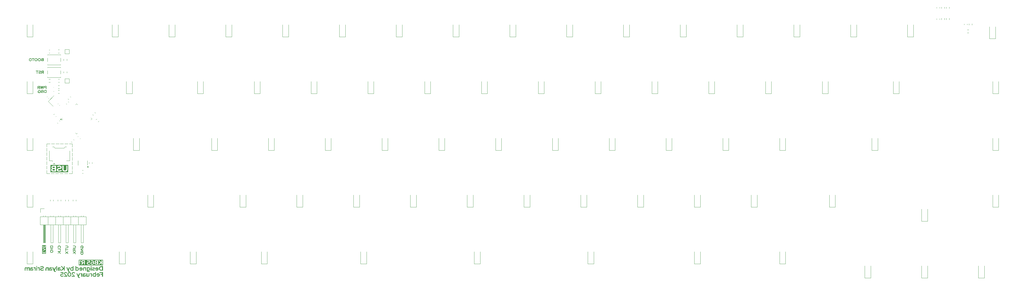
<source format=gbr>
%TF.GenerationSoftware,KiCad,Pcbnew,8.0.8*%
%TF.CreationDate,2025-02-17T20:28:50-06:00*%
%TF.ProjectId,kb,6b622e6b-6963-4616-945f-706362585858,rev?*%
%TF.SameCoordinates,Original*%
%TF.FileFunction,Legend,Bot*%
%TF.FilePolarity,Positive*%
%FSLAX46Y46*%
G04 Gerber Fmt 4.6, Leading zero omitted, Abs format (unit mm)*
G04 Created by KiCad (PCBNEW 8.0.8) date 2025-02-17 20:28:50*
%MOMM*%
%LPD*%
G01*
G04 APERTURE LIST*
%ADD10C,0.100000*%
%ADD11C,0.400000*%
%ADD12C,0.200000*%
%ADD13C,0.120000*%
G04 APERTURE END LIST*
D10*
X19625000Y-52275000D02*
X20725000Y-52275000D01*
X21125000Y-52275000D02*
X22225000Y-52275000D01*
X22625000Y-52275000D02*
X23725000Y-52275000D01*
X24125000Y-52275000D02*
X25225000Y-52275000D01*
X25625000Y-52275000D02*
X26725000Y-52275000D01*
X27125000Y-52275000D02*
X28125000Y-52275000D01*
X28125000Y-52275000D02*
X28125000Y-53375000D01*
X28125000Y-53775000D02*
X28125000Y-54875000D01*
X28125000Y-55275000D02*
X28125000Y-56375000D01*
X28125000Y-56775000D02*
X28125000Y-57875000D01*
X28125000Y-58275000D02*
X28125000Y-59375000D01*
X28125000Y-59775000D02*
X28125000Y-60875000D01*
X28125000Y-61275000D02*
X28125000Y-62275000D01*
X28125000Y-62275000D02*
X27025000Y-62275000D01*
X26625000Y-62275000D02*
X25525000Y-62275000D01*
X25125000Y-62275000D02*
X24025000Y-62275000D01*
X23625000Y-62275000D02*
X22525000Y-62275000D01*
X22125000Y-62275000D02*
X21025000Y-62275000D01*
X20625000Y-62275000D02*
X19625000Y-62275000D01*
X19625000Y-62275000D02*
X19625000Y-61175000D01*
X19625000Y-60775000D02*
X19625000Y-59675000D01*
X19625000Y-59275000D02*
X19625000Y-58175000D01*
X19625000Y-57775000D02*
X19625000Y-56675000D01*
X19625000Y-56275000D02*
X19625000Y-55175000D01*
X19625000Y-54775000D02*
X19625000Y-53675000D01*
X19625000Y-53275000D02*
X19625000Y-52275000D01*
D11*
G36*
X22361671Y-61249410D02*
G01*
X21832641Y-61249410D01*
X21815253Y-61249115D01*
X21705344Y-61231237D01*
X21608182Y-61179862D01*
X21546190Y-61100002D01*
X21524406Y-60996374D01*
X21527543Y-60954403D01*
X21564995Y-60858008D01*
X21640767Y-60787751D01*
X21734540Y-60751245D01*
X21832641Y-60740896D01*
X22361671Y-60740896D01*
X22361671Y-61249410D01*
G37*
G36*
X22361671Y-60424846D02*
G01*
X21871720Y-60424846D01*
X21767220Y-60412126D01*
X21673391Y-60368506D01*
X21606220Y-60286566D01*
X21585955Y-60188419D01*
X21606220Y-60089989D01*
X21673391Y-60007894D01*
X21767220Y-59964228D01*
X21871720Y-59951503D01*
X22361671Y-59951503D01*
X22361671Y-60424846D01*
G37*
G36*
X26817110Y-61838485D02*
G01*
X20893322Y-61838485D01*
X20893322Y-61016402D01*
X21115544Y-61016402D01*
X21122669Y-61109441D01*
X21153517Y-61223085D01*
X21207287Y-61323637D01*
X21282370Y-61409792D01*
X21377158Y-61480245D01*
X21490043Y-61533690D01*
X21585614Y-61561828D01*
X21689782Y-61579115D01*
X21801866Y-61585000D01*
X22767602Y-61585000D01*
X22767602Y-60986116D01*
X23005006Y-60986116D01*
X23005954Y-61021962D01*
X23019949Y-61124270D01*
X23050115Y-61218347D01*
X23114248Y-61330129D01*
X23179347Y-61403086D01*
X23258219Y-61466170D01*
X23350143Y-61518890D01*
X23454399Y-61560751D01*
X23570268Y-61591263D01*
X23697031Y-61609930D01*
X23833967Y-61616263D01*
X23952509Y-61610552D01*
X24070096Y-61593662D01*
X24185771Y-61565953D01*
X24298578Y-61527786D01*
X24407560Y-61479520D01*
X24511763Y-61421517D01*
X24610230Y-61354138D01*
X24702006Y-61277742D01*
X24469975Y-60983185D01*
X24406035Y-61036809D01*
X24322769Y-61099197D01*
X24220773Y-61162973D01*
X24119653Y-61211525D01*
X24017866Y-61245458D01*
X23913871Y-61265375D01*
X23806123Y-61271880D01*
X23718086Y-61267447D01*
X23603910Y-61244895D01*
X23513337Y-61204652D01*
X23433462Y-61126182D01*
X23405565Y-61022752D01*
X23407978Y-60986305D01*
X23453571Y-60888036D01*
X23536463Y-60831586D01*
X23628924Y-60799803D01*
X23727477Y-60778998D01*
X23957152Y-60738942D01*
X24858810Y-60738942D01*
X24862778Y-60837103D01*
X24883252Y-60975330D01*
X24920458Y-61102093D01*
X24973616Y-61216665D01*
X25041945Y-61318319D01*
X25124667Y-61406329D01*
X25221000Y-61479966D01*
X25330165Y-61538506D01*
X25451381Y-61581219D01*
X25583869Y-61607381D01*
X25726849Y-61616263D01*
X25870618Y-61607451D01*
X26003586Y-61581471D01*
X26125023Y-61539006D01*
X26234200Y-61480739D01*
X26330388Y-61407355D01*
X26412856Y-61319537D01*
X26480877Y-61217967D01*
X26533720Y-61103330D01*
X26570657Y-60976308D01*
X26590957Y-60837586D01*
X26594888Y-60738942D01*
X26594888Y-59615425D01*
X26188956Y-59615425D01*
X26188956Y-60738942D01*
X26180596Y-60848035D01*
X26156144Y-60945999D01*
X26104389Y-61051201D01*
X26030812Y-61135311D01*
X25937258Y-61196274D01*
X25825571Y-61232030D01*
X25724406Y-61241106D01*
X25624173Y-61232030D01*
X25513655Y-61196274D01*
X25421200Y-61135311D01*
X25348575Y-61051201D01*
X25297546Y-60945999D01*
X25273460Y-60848035D01*
X25265230Y-60738942D01*
X25265230Y-59615425D01*
X24858810Y-59615425D01*
X24858810Y-60738942D01*
X23957152Y-60738942D01*
X24116800Y-60711099D01*
X24147832Y-60705413D01*
X24262414Y-60675285D01*
X24361620Y-60633533D01*
X24445312Y-60580421D01*
X24527903Y-60498456D01*
X24585772Y-60399668D01*
X24618650Y-60284569D01*
X24626779Y-60181092D01*
X24625921Y-60146845D01*
X24605667Y-60018525D01*
X24559484Y-59904815D01*
X24488681Y-59806706D01*
X24394569Y-59725188D01*
X24309478Y-59675533D01*
X24212566Y-59636185D01*
X24104387Y-59607562D01*
X23985492Y-59590082D01*
X23856437Y-59584162D01*
X23748588Y-59588966D01*
X23640183Y-59603083D01*
X23532454Y-59626074D01*
X23426631Y-59657496D01*
X23323945Y-59696910D01*
X23225626Y-59743874D01*
X23132907Y-59797948D01*
X23047016Y-59858691D01*
X23265858Y-60163995D01*
X23305083Y-60134758D01*
X23401991Y-60070257D01*
X23497809Y-60017884D01*
X23593243Y-59977461D01*
X23688997Y-59948809D01*
X23785774Y-59931749D01*
X23884281Y-59926102D01*
X23924371Y-59927123D01*
X24032628Y-59941963D01*
X24133624Y-59979936D01*
X24211024Y-60047499D01*
X24242829Y-60149829D01*
X24227465Y-60230612D01*
X24160555Y-60304092D01*
X24063673Y-60344226D01*
X23962927Y-60365251D01*
X23593143Y-60427777D01*
X23556988Y-60434225D01*
X23455392Y-60457859D01*
X23335971Y-60499355D01*
X23234890Y-60552232D01*
X23152163Y-60616454D01*
X23087799Y-60691988D01*
X23041811Y-60778800D01*
X23014209Y-60876854D01*
X23005006Y-60986116D01*
X22767602Y-60986116D01*
X22767602Y-59615425D01*
X21846318Y-59615425D01*
X21773824Y-59617962D01*
X21671079Y-59631014D01*
X21576155Y-59654657D01*
X21462975Y-59701670D01*
X21366625Y-59765146D01*
X21288777Y-59843735D01*
X21231101Y-59936086D01*
X21195270Y-60040847D01*
X21182955Y-60156667D01*
X21185042Y-60188419D01*
X21187218Y-60221535D01*
X21214334Y-60327470D01*
X21264678Y-60422440D01*
X21336166Y-60504909D01*
X21426709Y-60573346D01*
X21391820Y-60590439D01*
X21297718Y-60651778D01*
X21221031Y-60726821D01*
X21163766Y-60813791D01*
X21127934Y-60910911D01*
X21117896Y-60996374D01*
X21115544Y-61016402D01*
X20893322Y-61016402D01*
X20893322Y-59361940D01*
X26817110Y-59361940D01*
X26817110Y-61838485D01*
G37*
D12*
G36*
X26859641Y-86881803D02*
G01*
X26855200Y-86953293D01*
X26842119Y-87019537D01*
X26820763Y-87080145D01*
X26791493Y-87134728D01*
X26754674Y-87182894D01*
X26710669Y-87224255D01*
X26659842Y-87258420D01*
X26602556Y-87284999D01*
X26539175Y-87303602D01*
X26470061Y-87313839D01*
X26420981Y-87315823D01*
X25859222Y-87315823D01*
X25859222Y-87112613D01*
X26420981Y-87112613D01*
X26475527Y-87108498D01*
X26524509Y-87096455D01*
X26577110Y-87070940D01*
X26619165Y-87034628D01*
X26649647Y-86988400D01*
X26667525Y-86933141D01*
X26672063Y-86883025D01*
X26667525Y-86832442D01*
X26649647Y-86776599D01*
X26619165Y-86729822D01*
X26577110Y-86693033D01*
X26524509Y-86667156D01*
X26475527Y-86654930D01*
X26420981Y-86650750D01*
X25859222Y-86650750D01*
X25859222Y-86447784D01*
X26420981Y-86447784D01*
X26470303Y-86449749D01*
X26539664Y-86459899D01*
X26603175Y-86478368D01*
X26660493Y-86504789D01*
X26711278Y-86538800D01*
X26755187Y-86580034D01*
X26791879Y-86628128D01*
X26821013Y-86682716D01*
X26842245Y-86743435D01*
X26855235Y-86809919D01*
X26859641Y-86881803D01*
G37*
G36*
X26844010Y-87745690D02*
G01*
X26844010Y-87948656D01*
X26038497Y-87948656D01*
X26038497Y-88277651D01*
X25859222Y-88277651D01*
X25859222Y-87415230D01*
X26038497Y-87415230D01*
X26038497Y-87745690D01*
X26844010Y-87745690D01*
G37*
G36*
X26844010Y-88298168D02*
G01*
X26844010Y-88532152D01*
X26486926Y-88788363D01*
X26844010Y-89044574D01*
X26844010Y-89286618D01*
X26334763Y-88908775D01*
X25859222Y-89257309D01*
X25859222Y-89023569D01*
X26182844Y-88792515D01*
X25859222Y-88559996D01*
X25859222Y-88317951D01*
X26334763Y-88672103D01*
X26844010Y-88298168D01*
G37*
G36*
X34901469Y-92144243D02*
G01*
X34981330Y-92161286D01*
X35055967Y-92193179D01*
X35123932Y-92238865D01*
X35183775Y-92297285D01*
X35179959Y-92316197D01*
X35153791Y-92403897D01*
X35116463Y-92479216D01*
X35068874Y-92540871D01*
X35011919Y-92587581D01*
X34932476Y-92622097D01*
X34858077Y-92631409D01*
X34843627Y-92631105D01*
X34762389Y-92617114D01*
X34692797Y-92584158D01*
X34638008Y-92534860D01*
X34597013Y-92460189D01*
X34585136Y-92384480D01*
X34596264Y-92309142D01*
X34635261Y-92235554D01*
X34698766Y-92180858D01*
X34769915Y-92151783D01*
X34854047Y-92141580D01*
X34901469Y-92144243D01*
G37*
G36*
X32132327Y-92024344D02*
G01*
X31745812Y-92024344D01*
X31733171Y-92024118D01*
X31652882Y-92010399D01*
X31581315Y-91970763D01*
X31535302Y-91908733D01*
X31519033Y-91827606D01*
X31520083Y-91806012D01*
X31544180Y-91729779D01*
X31596975Y-91672686D01*
X31663416Y-91641481D01*
X31745812Y-91630502D01*
X32132327Y-91630502D01*
X32132327Y-92024344D01*
G37*
G36*
X36575593Y-92593307D02*
G01*
X36178820Y-92593307D01*
X36165779Y-92593086D01*
X36083348Y-92579677D01*
X36010476Y-92541146D01*
X35963982Y-92481251D01*
X35947644Y-92403531D01*
X35949997Y-92372052D01*
X35978086Y-92299756D01*
X36034915Y-92247063D01*
X36105245Y-92219684D01*
X36178820Y-92211922D01*
X36575593Y-92211922D01*
X36575593Y-92593307D01*
G37*
G36*
X36575593Y-91974884D02*
G01*
X36208129Y-91974884D01*
X36129755Y-91965345D01*
X36059383Y-91932629D01*
X36009005Y-91871175D01*
X35993806Y-91797564D01*
X36009005Y-91723742D01*
X36059383Y-91662170D01*
X36129755Y-91629421D01*
X36208129Y-91619877D01*
X36575593Y-91619877D01*
X36575593Y-91974884D01*
G37*
G36*
X38459409Y-93035114D02*
G01*
X30356954Y-93035114D01*
X30356954Y-92845000D01*
X30523621Y-92845000D01*
X30811584Y-92845000D01*
X31172452Y-92845000D01*
X31512805Y-92845000D01*
X31800401Y-92274570D01*
X32132327Y-92274570D01*
X32132327Y-92845000D01*
X32436775Y-92845000D01*
X32436775Y-92360300D01*
X33081210Y-92360300D01*
X33083916Y-92416540D01*
X33097843Y-92495972D01*
X33123085Y-92569064D01*
X33159044Y-92635342D01*
X33205124Y-92694328D01*
X33260731Y-92745546D01*
X33325268Y-92788520D01*
X33398139Y-92822773D01*
X33478749Y-92847830D01*
X33566500Y-92863213D01*
X33660799Y-92868447D01*
X33697985Y-92867662D01*
X33788677Y-92858864D01*
X33875940Y-92840375D01*
X33959546Y-92812286D01*
X34039270Y-92774689D01*
X34114885Y-92727677D01*
X34186165Y-92671343D01*
X34022034Y-92476437D01*
X34010293Y-92486519D01*
X33941204Y-92539316D01*
X33873303Y-92579451D01*
X33805026Y-92607664D01*
X33722805Y-92626495D01*
X33648342Y-92631409D01*
X33616736Y-92630212D01*
X33530762Y-92612879D01*
X33459858Y-92576594D01*
X33406341Y-92523486D01*
X33372531Y-92455684D01*
X33361122Y-92377885D01*
X34314026Y-92377885D01*
X34314358Y-92384480D01*
X34316651Y-92430004D01*
X34330091Y-92504456D01*
X34364595Y-92595752D01*
X34416443Y-92676510D01*
X34483879Y-92745176D01*
X34543630Y-92787805D01*
X34610420Y-92822102D01*
X34683509Y-92847412D01*
X34762156Y-92863079D01*
X34845621Y-92868447D01*
X34914231Y-92865008D01*
X35011382Y-92847311D01*
X35101045Y-92815261D01*
X35182574Y-92769634D01*
X35255325Y-92711206D01*
X35318652Y-92640755D01*
X35371911Y-92559059D01*
X35414458Y-92466893D01*
X35429260Y-92418551D01*
X35640997Y-92418551D01*
X35646341Y-92488331D01*
X35669477Y-92573564D01*
X35709805Y-92648978D01*
X35766117Y-92713594D01*
X35837208Y-92766434D01*
X35921872Y-92806518D01*
X35993550Y-92827621D01*
X36071676Y-92840586D01*
X36155739Y-92845000D01*
X36880041Y-92845000D01*
X36940491Y-92845000D01*
X37347889Y-92845000D01*
X37988293Y-92159532D01*
X37988293Y-92845000D01*
X38292742Y-92845000D01*
X38292742Y-91367819D01*
X37988293Y-91367819D01*
X37988293Y-92028374D01*
X37345690Y-91367819D01*
X36973831Y-91367819D01*
X37686043Y-92070872D01*
X36940491Y-92845000D01*
X36880041Y-92845000D01*
X36880041Y-91367819D01*
X36189078Y-91367819D01*
X36134708Y-91369721D01*
X36057649Y-91379510D01*
X35986456Y-91397242D01*
X35901571Y-91432502D01*
X35829309Y-91480109D01*
X35770922Y-91539051D01*
X35727665Y-91608314D01*
X35700792Y-91686885D01*
X35691556Y-91773750D01*
X35693121Y-91797564D01*
X35694753Y-91822401D01*
X35715090Y-91901852D01*
X35752848Y-91973080D01*
X35806464Y-92034932D01*
X35874371Y-92086259D01*
X35848204Y-92099079D01*
X35777628Y-92145083D01*
X35720113Y-92201366D01*
X35677164Y-92266593D01*
X35650290Y-92339433D01*
X35642761Y-92403531D01*
X35640997Y-92418551D01*
X35429260Y-92418551D01*
X35445646Y-92365035D01*
X35459810Y-92292129D01*
X35468449Y-92215491D01*
X35471371Y-92135352D01*
X35468154Y-92048102D01*
X35458634Y-91964832D01*
X35443009Y-91885770D01*
X35421477Y-91811142D01*
X35394234Y-91741178D01*
X35343095Y-91645470D01*
X35280220Y-91561534D01*
X35206275Y-91490136D01*
X35121925Y-91432045D01*
X35027838Y-91388028D01*
X34924681Y-91358854D01*
X34851199Y-91348030D01*
X34774180Y-91344371D01*
X34745657Y-91345010D01*
X34659198Y-91354332D01*
X34573860Y-91374087D01*
X34492802Y-91403405D01*
X34419181Y-91441417D01*
X34356158Y-91487254D01*
X34511496Y-91685090D01*
X34574763Y-91643525D01*
X34642288Y-91613878D01*
X34715309Y-91596115D01*
X34795062Y-91590202D01*
X34886551Y-91599490D01*
X34967053Y-91626936D01*
X35036195Y-91671906D01*
X35093603Y-91733771D01*
X35138904Y-91811899D01*
X35164710Y-91880788D01*
X35183338Y-91958203D01*
X35194630Y-92043880D01*
X35198429Y-92137550D01*
X35170041Y-92101249D01*
X35117829Y-92047682D01*
X35048168Y-91995434D01*
X34972285Y-91957091D01*
X34891689Y-91933479D01*
X34807885Y-91925425D01*
X34781133Y-91925969D01*
X34703988Y-91933972D01*
X34609235Y-91958770D01*
X34525079Y-91998551D01*
X34452970Y-92052050D01*
X34394359Y-92117999D01*
X34350697Y-92195132D01*
X34323436Y-92282183D01*
X34314026Y-92377885D01*
X33361122Y-92377885D01*
X33360746Y-92375321D01*
X33364003Y-92334771D01*
X33388877Y-92261693D01*
X33435596Y-92201373D01*
X33501003Y-92156289D01*
X33581938Y-92128919D01*
X33658967Y-92121430D01*
X33708050Y-92124171D01*
X33780556Y-92138539D01*
X33853764Y-92165171D01*
X33921284Y-92199099D01*
X34120952Y-92138649D01*
X34085048Y-91367819D01*
X33158879Y-91367819D01*
X33158879Y-91603391D01*
X33841416Y-91603391D01*
X33858269Y-91970122D01*
X33800569Y-91946484D01*
X33727227Y-91924560D01*
X33649033Y-91911071D01*
X33574703Y-91907107D01*
X33520378Y-91909182D01*
X33443538Y-91919884D01*
X33350522Y-91947683D01*
X33269353Y-91990051D01*
X33201190Y-92046012D01*
X33147194Y-92114592D01*
X33108523Y-92194817D01*
X33086335Y-92285712D01*
X33081210Y-92360300D01*
X32436775Y-92360300D01*
X32436775Y-91367819D01*
X31718702Y-91367819D01*
X31637255Y-91372667D01*
X31561066Y-91386863D01*
X31490736Y-91409881D01*
X31407116Y-91453387D01*
X31336406Y-91510398D01*
X31280031Y-91579668D01*
X31239417Y-91659953D01*
X31215989Y-91750007D01*
X31210554Y-91823210D01*
X31210721Y-91827606D01*
X31211868Y-91857751D01*
X31226261Y-91940047D01*
X31255570Y-92015688D01*
X31298604Y-92083602D01*
X31354172Y-92142714D01*
X31421085Y-92191951D01*
X31498150Y-92230240D01*
X31172452Y-92845000D01*
X30811584Y-92845000D01*
X30811584Y-91661277D01*
X31099180Y-91781810D01*
X31099180Y-91528286D01*
X30704239Y-91367819D01*
X30523621Y-91367819D01*
X30523621Y-92845000D01*
X30356954Y-92845000D01*
X30356954Y-91177704D01*
X38459409Y-91177704D01*
X38459409Y-93035114D01*
G37*
G36*
X18586828Y-24524010D02*
G01*
X18103960Y-24524010D01*
X18047917Y-24521067D01*
X17995834Y-24512424D01*
X17948048Y-24498355D01*
X17891606Y-24471632D01*
X17844212Y-24436406D01*
X17806670Y-24393328D01*
X17779785Y-24343052D01*
X17764361Y-24286230D01*
X17760799Y-24239711D01*
X17761975Y-24229697D01*
X17965230Y-24229697D01*
X17976121Y-24281511D01*
X18007117Y-24321441D01*
X18055699Y-24347128D01*
X18110653Y-24356067D01*
X18119347Y-24356215D01*
X18383862Y-24356215D01*
X18383862Y-24101958D01*
X18119347Y-24101958D01*
X18070297Y-24107132D01*
X18023410Y-24125385D01*
X17985524Y-24160514D01*
X17966798Y-24208711D01*
X17965230Y-24229697D01*
X17761975Y-24229697D01*
X17766994Y-24186965D01*
X17784910Y-24138405D01*
X17813542Y-24094920D01*
X17851886Y-24057399D01*
X17898936Y-24026729D01*
X17916381Y-24018183D01*
X17871109Y-23983964D01*
X17835366Y-23942730D01*
X17810193Y-23895245D01*
X17796635Y-23842277D01*
X17795547Y-23825719D01*
X17996004Y-23825719D01*
X18006137Y-23874793D01*
X18039722Y-23915763D01*
X18086637Y-23937573D01*
X18138886Y-23943933D01*
X18383862Y-23943933D01*
X18383862Y-23707261D01*
X18138886Y-23707261D01*
X18086637Y-23713624D01*
X18039722Y-23735457D01*
X18006137Y-23776504D01*
X17996004Y-23825719D01*
X17795547Y-23825719D01*
X17794504Y-23809843D01*
X17800662Y-23751933D01*
X17818577Y-23699553D01*
X17847415Y-23653377D01*
X17886339Y-23614083D01*
X17934514Y-23582345D01*
X17991104Y-23558838D01*
X18038566Y-23547017D01*
X18089939Y-23540491D01*
X18126186Y-23539222D01*
X18586828Y-23539222D01*
X18586828Y-24524010D01*
G37*
G36*
X17206717Y-23526165D02*
G01*
X17258619Y-23533729D01*
X17308587Y-23546049D01*
X17356374Y-23562887D01*
X17401739Y-23584009D01*
X17444438Y-23609178D01*
X17484226Y-23638159D01*
X17520860Y-23670717D01*
X17554097Y-23706614D01*
X17583693Y-23745616D01*
X17609405Y-23787486D01*
X17630987Y-23831989D01*
X17648198Y-23878890D01*
X17660793Y-23927952D01*
X17668529Y-23978939D01*
X17671161Y-24031616D01*
X17668529Y-24084333D01*
X17660793Y-24135350D01*
X17648198Y-24184433D01*
X17630987Y-24231346D01*
X17609405Y-24275854D01*
X17583693Y-24317724D01*
X17554097Y-24356719D01*
X17520860Y-24392607D01*
X17484226Y-24425151D01*
X17444438Y-24454118D01*
X17401739Y-24479272D01*
X17356374Y-24500379D01*
X17308587Y-24517204D01*
X17258619Y-24529513D01*
X17206717Y-24537070D01*
X17153122Y-24539641D01*
X17099327Y-24537070D01*
X17047275Y-24529513D01*
X16997205Y-24517204D01*
X16949355Y-24500379D01*
X16903964Y-24479272D01*
X16861270Y-24454118D01*
X16821511Y-24425151D01*
X16784926Y-24392607D01*
X16751753Y-24356719D01*
X16722229Y-24317724D01*
X16696594Y-24275854D01*
X16675086Y-24231346D01*
X16657942Y-24184433D01*
X16645402Y-24135350D01*
X16637703Y-24084333D01*
X16635083Y-24031616D01*
X16842445Y-24031616D01*
X16845911Y-24081660D01*
X16860763Y-24144070D01*
X16886316Y-24200501D01*
X16921486Y-24249816D01*
X16965194Y-24290874D01*
X17016356Y-24322538D01*
X17073890Y-24343666D01*
X17136716Y-24353122D01*
X17153122Y-24353528D01*
X17216698Y-24347169D01*
X17275354Y-24328852D01*
X17327994Y-24299715D01*
X17373521Y-24260899D01*
X17410839Y-24213542D01*
X17438852Y-24158782D01*
X17456464Y-24097761D01*
X17462187Y-24048570D01*
X17462578Y-24031616D01*
X17459113Y-23981295D01*
X17444273Y-23918703D01*
X17418758Y-23862255D01*
X17383663Y-23813042D01*
X17340085Y-23772155D01*
X17289121Y-23740683D01*
X17231867Y-23719718D01*
X17169418Y-23710350D01*
X17153122Y-23709948D01*
X17089143Y-23716246D01*
X17030184Y-23734414D01*
X16977328Y-23763361D01*
X16931655Y-23801997D01*
X16894249Y-23849231D01*
X16866190Y-23903972D01*
X16848562Y-23965131D01*
X16842836Y-24014555D01*
X16842445Y-24031616D01*
X16635083Y-24031616D01*
X16637703Y-23978939D01*
X16645402Y-23927952D01*
X16657942Y-23878890D01*
X16675086Y-23831989D01*
X16696594Y-23787486D01*
X16722229Y-23745616D01*
X16751753Y-23706614D01*
X16784926Y-23670717D01*
X16821511Y-23638159D01*
X16861270Y-23609178D01*
X16903964Y-23584009D01*
X16949355Y-23562887D01*
X16997205Y-23546049D01*
X17047275Y-23533729D01*
X17099327Y-23526165D01*
X17153122Y-23523591D01*
X17206717Y-23526165D01*
G37*
G36*
X16068545Y-23526165D02*
G01*
X16120448Y-23533729D01*
X16170415Y-23546049D01*
X16218203Y-23562887D01*
X16263568Y-23584009D01*
X16306266Y-23609178D01*
X16346054Y-23638159D01*
X16382689Y-23670717D01*
X16415926Y-23706614D01*
X16445522Y-23745616D01*
X16471233Y-23787486D01*
X16492816Y-23831989D01*
X16510026Y-23878890D01*
X16522621Y-23927952D01*
X16530357Y-23978939D01*
X16532990Y-24031616D01*
X16530357Y-24084333D01*
X16522621Y-24135350D01*
X16510026Y-24184433D01*
X16492816Y-24231346D01*
X16471233Y-24275854D01*
X16445522Y-24317724D01*
X16415926Y-24356719D01*
X16382689Y-24392607D01*
X16346054Y-24425151D01*
X16306266Y-24454118D01*
X16263568Y-24479272D01*
X16218203Y-24500379D01*
X16170415Y-24517204D01*
X16120448Y-24529513D01*
X16068545Y-24537070D01*
X16014951Y-24539641D01*
X15961155Y-24537070D01*
X15909103Y-24529513D01*
X15859033Y-24517204D01*
X15811183Y-24500379D01*
X15765793Y-24479272D01*
X15723099Y-24454118D01*
X15683340Y-24425151D01*
X15646755Y-24392607D01*
X15613581Y-24356719D01*
X15584058Y-24317724D01*
X15558422Y-24275854D01*
X15536914Y-24231346D01*
X15519770Y-24184433D01*
X15507230Y-24135350D01*
X15499531Y-24084333D01*
X15496912Y-24031616D01*
X15704274Y-24031616D01*
X15707740Y-24081660D01*
X15722592Y-24144070D01*
X15748144Y-24200501D01*
X15783315Y-24249816D01*
X15827022Y-24290874D01*
X15878184Y-24322538D01*
X15935719Y-24343666D01*
X15998544Y-24353122D01*
X16014951Y-24353528D01*
X16078527Y-24347169D01*
X16137183Y-24328852D01*
X16189822Y-24299715D01*
X16235349Y-24260899D01*
X16272667Y-24213542D01*
X16300680Y-24158782D01*
X16318292Y-24097761D01*
X16324016Y-24048570D01*
X16324406Y-24031616D01*
X16320941Y-23981295D01*
X16306101Y-23918703D01*
X16280586Y-23862255D01*
X16245491Y-23813042D01*
X16201914Y-23772155D01*
X16150950Y-23740683D01*
X16093695Y-23719718D01*
X16031246Y-23710350D01*
X16014951Y-23709948D01*
X15950971Y-23716246D01*
X15892013Y-23734414D01*
X15839156Y-23763361D01*
X15793483Y-23801997D01*
X15756077Y-23849231D01*
X15728019Y-23903972D01*
X15710390Y-23965131D01*
X15704664Y-24014555D01*
X15704274Y-24031616D01*
X15496912Y-24031616D01*
X15499531Y-23978939D01*
X15507230Y-23927952D01*
X15519770Y-23878890D01*
X15536914Y-23831989D01*
X15558422Y-23787486D01*
X15584058Y-23745616D01*
X15613581Y-23706614D01*
X15646755Y-23670717D01*
X15683340Y-23638159D01*
X15723099Y-23609178D01*
X15765793Y-23584009D01*
X15811183Y-23562887D01*
X15859033Y-23546049D01*
X15909103Y-23533729D01*
X15961155Y-23526165D01*
X16014951Y-23523591D01*
X16068545Y-23526165D01*
G37*
G36*
X15150087Y-24524010D02*
G01*
X14947121Y-24524010D01*
X14947121Y-23718497D01*
X14618126Y-23718497D01*
X14618126Y-23539222D01*
X15480547Y-23539222D01*
X15480547Y-23718497D01*
X15150087Y-23718497D01*
X15150087Y-24524010D01*
G37*
G36*
X14184305Y-23528871D02*
G01*
X14249308Y-23544374D01*
X14309058Y-23569595D01*
X14363102Y-23604026D01*
X14410992Y-23647163D01*
X14452277Y-23698500D01*
X14486505Y-23757529D01*
X14513227Y-23823746D01*
X14526650Y-23871634D01*
X14536402Y-23922342D01*
X14542352Y-23975719D01*
X14544364Y-24031616D01*
X14542352Y-24087553D01*
X14536402Y-24140960D01*
X14526650Y-24191688D01*
X14513227Y-24239589D01*
X14486505Y-24305811D01*
X14452277Y-24364834D01*
X14410992Y-24416154D01*
X14363102Y-24459270D01*
X14309058Y-24493679D01*
X14249308Y-24518878D01*
X14184305Y-24534367D01*
X14114497Y-24539641D01*
X14044315Y-24534367D01*
X13979006Y-24518878D01*
X13919015Y-24493679D01*
X13864784Y-24459270D01*
X13816756Y-24416154D01*
X13775375Y-24364834D01*
X13741083Y-24305811D01*
X13714324Y-24239589D01*
X13700889Y-24191688D01*
X13691129Y-24140960D01*
X13685177Y-24087553D01*
X13683164Y-24031616D01*
X13869521Y-24031616D01*
X13871999Y-24088631D01*
X13879299Y-24141217D01*
X13891218Y-24189114D01*
X13913949Y-24245242D01*
X13944056Y-24291969D01*
X13981062Y-24328686D01*
X14024489Y-24354784D01*
X14073858Y-24369652D01*
X14114497Y-24373067D01*
X14167596Y-24367021D01*
X14215194Y-24349288D01*
X14256804Y-24320478D01*
X14291939Y-24281202D01*
X14320114Y-24232067D01*
X14340841Y-24173685D01*
X14351207Y-24124196D01*
X14356904Y-24070106D01*
X14358007Y-24031616D01*
X14355536Y-23974663D01*
X14348260Y-23922128D01*
X14336384Y-23874271D01*
X14313750Y-23818183D01*
X14283789Y-23771482D01*
X14246989Y-23734780D01*
X14203837Y-23708690D01*
X14154818Y-23693824D01*
X14114497Y-23690409D01*
X14060984Y-23696455D01*
X14013056Y-23714184D01*
X13971190Y-23742985D01*
X13935864Y-23782244D01*
X13907556Y-23831349D01*
X13886744Y-23889688D01*
X13876343Y-23939133D01*
X13870628Y-23993169D01*
X13869521Y-24031616D01*
X13683164Y-24031616D01*
X13685177Y-23975719D01*
X13691129Y-23922342D01*
X13700889Y-23871634D01*
X13714324Y-23823746D01*
X13741083Y-23757529D01*
X13775375Y-23698500D01*
X13816756Y-23647163D01*
X13864784Y-23604026D01*
X13919015Y-23569595D01*
X13979006Y-23544374D01*
X14044315Y-23528871D01*
X14114497Y-23523591D01*
X14184305Y-23528871D01*
G37*
G36*
X31939641Y-86944818D02*
G01*
X31937164Y-86996946D01*
X31929868Y-87047138D01*
X31917953Y-87095195D01*
X31891858Y-87162850D01*
X31856501Y-87224597D01*
X31812557Y-87279772D01*
X31760704Y-87327711D01*
X31701620Y-87367750D01*
X31635982Y-87399224D01*
X31588917Y-87415121D01*
X31539441Y-87426720D01*
X31487755Y-87433823D01*
X31434058Y-87436235D01*
X31372509Y-87436235D01*
X31372509Y-86929431D01*
X31548852Y-86929431D01*
X31548852Y-87219103D01*
X31602398Y-87201461D01*
X31649803Y-87172905D01*
X31689868Y-87134616D01*
X31721390Y-87087772D01*
X31743166Y-87033554D01*
X31753996Y-86973141D01*
X31754993Y-86947505D01*
X31751390Y-86898681D01*
X31735953Y-86837830D01*
X31709407Y-86782841D01*
X31672889Y-86734813D01*
X31627534Y-86694845D01*
X31574479Y-86664036D01*
X31514860Y-86643485D01*
X31466522Y-86635465D01*
X31432837Y-86633897D01*
X31382430Y-86637296D01*
X31319677Y-86651885D01*
X31263034Y-86677033D01*
X31213613Y-86711720D01*
X31172524Y-86754928D01*
X31140877Y-86805639D01*
X31119783Y-86862832D01*
X31110353Y-86925489D01*
X31109948Y-86941887D01*
X31114693Y-86999551D01*
X31128740Y-87054102D01*
X31151810Y-87105104D01*
X31183622Y-87152123D01*
X31223896Y-87194724D01*
X31239153Y-87207868D01*
X31107017Y-87349284D01*
X31066177Y-87311513D01*
X31029928Y-87268902D01*
X30998533Y-87221991D01*
X30972256Y-87171323D01*
X30951360Y-87117437D01*
X30936108Y-87060875D01*
X30926764Y-87002178D01*
X30923591Y-86941887D01*
X30926168Y-86888349D01*
X30933742Y-86836523D01*
X30946078Y-86786649D01*
X30962941Y-86738967D01*
X30984095Y-86693718D01*
X31009307Y-86651143D01*
X31038341Y-86611481D01*
X31070961Y-86574973D01*
X31106933Y-86541860D01*
X31146021Y-86512382D01*
X31187991Y-86486780D01*
X31232608Y-86465293D01*
X31279636Y-86448163D01*
X31328840Y-86435629D01*
X31379985Y-86427932D01*
X31432837Y-86425314D01*
X31485340Y-86427947D01*
X31536169Y-86435685D01*
X31585088Y-86448287D01*
X31631861Y-86465511D01*
X31676251Y-86487115D01*
X31718022Y-86512859D01*
X31756937Y-86542500D01*
X31792760Y-86575798D01*
X31825254Y-86612510D01*
X31854182Y-86652395D01*
X31879309Y-86695212D01*
X31900398Y-86740719D01*
X31917212Y-86788674D01*
X31929515Y-86838837D01*
X31937070Y-86890966D01*
X31939641Y-86944818D01*
G37*
G36*
X31924010Y-87573988D02*
G01*
X31924010Y-87765718D01*
X31265775Y-87765718D01*
X31924010Y-88265439D01*
X31924010Y-88444713D01*
X30939222Y-88444713D01*
X30939222Y-88254448D01*
X31575231Y-88254448D01*
X30939222Y-87767184D01*
X30939222Y-87573988D01*
X31924010Y-87573988D01*
G37*
G36*
X31924010Y-88998900D02*
G01*
X31921550Y-89052938D01*
X31914315Y-89105169D01*
X31902522Y-89155362D01*
X31886388Y-89203286D01*
X31866130Y-89248708D01*
X31841964Y-89291396D01*
X31798862Y-89349797D01*
X31748188Y-89400743D01*
X31690673Y-89443453D01*
X31627048Y-89477143D01*
X31558047Y-89501032D01*
X31509419Y-89511126D01*
X31458944Y-89516284D01*
X31433081Y-89516939D01*
X31381489Y-89514336D01*
X31331639Y-89506681D01*
X31283749Y-89494206D01*
X31216069Y-89466963D01*
X31154032Y-89430180D01*
X31098377Y-89384638D01*
X31049844Y-89331120D01*
X31009170Y-89270408D01*
X30986786Y-89226324D01*
X30968442Y-89179622D01*
X30954359Y-89130535D01*
X30944753Y-89079294D01*
X30939846Y-89026130D01*
X30939222Y-88998900D01*
X30939222Y-88997435D01*
X31119962Y-88997435D01*
X31126184Y-89060590D01*
X31144089Y-89119049D01*
X31172538Y-89171663D01*
X31210393Y-89217284D01*
X31256514Y-89254765D01*
X31309762Y-89282959D01*
X31368997Y-89300716D01*
X31433081Y-89306891D01*
X31496629Y-89300716D01*
X31555363Y-89282959D01*
X31608155Y-89254765D01*
X31653877Y-89217284D01*
X31691402Y-89171663D01*
X31719601Y-89119049D01*
X31737348Y-89060590D01*
X31743514Y-88997435D01*
X31743514Y-88825244D01*
X31119962Y-88825244D01*
X31119962Y-88997435D01*
X30939222Y-88997435D01*
X30939222Y-88622278D01*
X31924010Y-88622278D01*
X31924010Y-88998900D01*
G37*
G36*
X19350752Y-89169118D02*
G01*
X18112480Y-89169118D01*
X18112480Y-88681385D01*
X18223591Y-88681385D01*
X18224937Y-88718991D01*
X18231852Y-88772490D01*
X18244348Y-88822126D01*
X18269122Y-88881578D01*
X18302451Y-88932436D01*
X18343554Y-88973710D01*
X18391649Y-89004415D01*
X18445955Y-89023562D01*
X18505691Y-89030163D01*
X18545678Y-89026694D01*
X18600815Y-89009226D01*
X18649031Y-88978476D01*
X18689082Y-88936056D01*
X18715321Y-88892956D01*
X18734303Y-88843806D01*
X18750827Y-88901303D01*
X18774950Y-88951172D01*
X18805933Y-88992546D01*
X18851129Y-89029761D01*
X18903867Y-89051998D01*
X18952656Y-89058007D01*
X18968156Y-89057546D01*
X19027154Y-89046784D01*
X19080702Y-89022601D01*
X19127938Y-88986130D01*
X19168001Y-88938505D01*
X19192822Y-88896149D01*
X19212760Y-88848633D01*
X19227452Y-88796438D01*
X19236533Y-88740041D01*
X19239641Y-88679919D01*
X19238179Y-88637832D01*
X19231773Y-88583265D01*
X19220439Y-88530832D01*
X19204357Y-88480928D01*
X19183708Y-88433948D01*
X19158671Y-88390286D01*
X19129428Y-88350338D01*
X19087234Y-88306228D01*
X18973416Y-88429326D01*
X18980659Y-88436393D01*
X19017923Y-88477972D01*
X19045317Y-88519693D01*
X19066179Y-88571423D01*
X19075731Y-88620846D01*
X19078685Y-88677233D01*
X19074725Y-88729387D01*
X19060102Y-88783109D01*
X19030752Y-88831612D01*
X18989744Y-88862514D01*
X18938734Y-88873360D01*
X18924760Y-88872643D01*
X18875736Y-88856255D01*
X18839352Y-88820529D01*
X18819612Y-88775819D01*
X18812705Y-88720708D01*
X18812705Y-88597365D01*
X18661274Y-88597365D01*
X18661274Y-88703855D01*
X18660689Y-88719732D01*
X18649747Y-88768915D01*
X18621457Y-88811547D01*
X18577998Y-88837655D01*
X18528894Y-88845272D01*
X18492541Y-88840122D01*
X18448158Y-88817077D01*
X18413830Y-88778263D01*
X18392270Y-88726671D01*
X18386012Y-88674546D01*
X18386102Y-88665584D01*
X18390646Y-88615757D01*
X18405694Y-88564036D01*
X18432873Y-88515931D01*
X18467127Y-88474959D01*
X18504226Y-88439340D01*
X18386012Y-88314532D01*
X18349721Y-88350651D01*
X18317563Y-88390400D01*
X18289756Y-88433354D01*
X18266516Y-88479091D01*
X18248063Y-88527185D01*
X18234612Y-88577215D01*
X18226382Y-88628756D01*
X18223591Y-88681385D01*
X18112480Y-88681385D01*
X18112480Y-87450889D01*
X18239222Y-87450889D01*
X19015426Y-87750331D01*
X18239222Y-88057100D01*
X18239222Y-88267149D01*
X19224010Y-87863904D01*
X19224010Y-87628698D01*
X18239222Y-87231071D01*
X18239222Y-87450889D01*
X18112480Y-87450889D01*
X18112480Y-86794853D01*
X18223591Y-86794853D01*
X18224937Y-86832459D01*
X18231852Y-86885958D01*
X18244348Y-86935594D01*
X18269122Y-86995047D01*
X18302451Y-87045904D01*
X18343554Y-87087179D01*
X18391649Y-87117883D01*
X18445955Y-87137030D01*
X18505691Y-87143632D01*
X18545678Y-87140162D01*
X18600815Y-87122694D01*
X18649031Y-87091944D01*
X18689082Y-87049524D01*
X18715321Y-87006424D01*
X18734303Y-86957274D01*
X18750827Y-87014772D01*
X18774950Y-87064640D01*
X18805933Y-87106014D01*
X18851129Y-87143229D01*
X18903867Y-87165466D01*
X18952656Y-87171475D01*
X18968156Y-87171015D01*
X19027154Y-87160252D01*
X19080702Y-87136069D01*
X19127938Y-87099598D01*
X19168001Y-87051973D01*
X19192822Y-87009617D01*
X19212760Y-86962102D01*
X19227452Y-86909906D01*
X19236533Y-86853509D01*
X19239641Y-86793387D01*
X19238179Y-86751300D01*
X19231773Y-86696733D01*
X19220439Y-86644300D01*
X19204357Y-86594396D01*
X19183708Y-86547416D01*
X19158671Y-86503754D01*
X19129428Y-86463807D01*
X19087234Y-86419696D01*
X18973416Y-86542794D01*
X18980659Y-86549861D01*
X19017923Y-86591440D01*
X19045317Y-86633161D01*
X19066179Y-86684892D01*
X19075731Y-86734314D01*
X19078685Y-86790701D01*
X19074725Y-86842855D01*
X19060102Y-86896578D01*
X19030752Y-86945080D01*
X18989744Y-86975982D01*
X18938734Y-86986828D01*
X18924760Y-86986112D01*
X18875736Y-86969723D01*
X18839352Y-86933997D01*
X18819612Y-86889287D01*
X18812705Y-86834176D01*
X18812705Y-86710833D01*
X18661274Y-86710833D01*
X18661274Y-86817323D01*
X18660689Y-86833200D01*
X18649747Y-86882384D01*
X18621457Y-86925015D01*
X18577998Y-86951124D01*
X18528894Y-86958740D01*
X18492541Y-86953591D01*
X18448158Y-86930546D01*
X18413830Y-86891731D01*
X18392270Y-86840139D01*
X18386012Y-86788014D01*
X18386102Y-86779052D01*
X18390646Y-86729226D01*
X18405694Y-86677504D01*
X18432873Y-86629399D01*
X18467127Y-86588427D01*
X18504226Y-86552808D01*
X18386012Y-86428000D01*
X18349721Y-86464120D01*
X18317563Y-86503868D01*
X18289756Y-86546822D01*
X18266516Y-86592559D01*
X18248063Y-86640654D01*
X18234612Y-86690683D01*
X18226382Y-86742224D01*
X18223591Y-86794853D01*
X18112480Y-86794853D01*
X18112480Y-86308585D01*
X19350752Y-86308585D01*
X19350752Y-89169118D01*
G37*
G36*
X19536828Y-35205000D02*
G01*
X19160205Y-35205000D01*
X19106168Y-35202540D01*
X19053937Y-35195305D01*
X19003743Y-35183512D01*
X18955820Y-35167378D01*
X18910398Y-35147120D01*
X18867709Y-35122954D01*
X18809309Y-35079852D01*
X18758362Y-35029178D01*
X18715653Y-34971663D01*
X18681963Y-34908038D01*
X18658074Y-34839037D01*
X18647980Y-34790409D01*
X18642822Y-34739934D01*
X18642166Y-34714071D01*
X18852215Y-34714071D01*
X18858389Y-34777619D01*
X18876147Y-34836353D01*
X18904340Y-34889145D01*
X18941822Y-34934867D01*
X18987443Y-34972392D01*
X19040057Y-35000591D01*
X19098515Y-35018338D01*
X19161671Y-35024504D01*
X19333862Y-35024504D01*
X19333862Y-34400952D01*
X19161671Y-34400952D01*
X19098515Y-34407174D01*
X19040057Y-34425079D01*
X18987443Y-34453528D01*
X18941822Y-34491383D01*
X18904340Y-34537504D01*
X18876147Y-34590752D01*
X18858389Y-34649987D01*
X18852215Y-34714071D01*
X18642166Y-34714071D01*
X18644769Y-34662479D01*
X18652424Y-34612629D01*
X18664899Y-34564739D01*
X18692142Y-34497059D01*
X18728926Y-34435022D01*
X18774468Y-34379367D01*
X18827986Y-34330834D01*
X18888697Y-34290160D01*
X18932782Y-34267776D01*
X18979483Y-34249432D01*
X19028571Y-34235349D01*
X19079812Y-34225743D01*
X19132975Y-34220836D01*
X19160205Y-34220212D01*
X19536828Y-34220212D01*
X19536828Y-35205000D01*
G37*
G36*
X18504169Y-35205000D02*
G01*
X18021301Y-35205000D01*
X17965259Y-35202057D01*
X17913175Y-35193414D01*
X17865389Y-35179345D01*
X17808947Y-35152622D01*
X17761553Y-35117396D01*
X17724011Y-35074318D01*
X17697126Y-35024042D01*
X17681702Y-34967220D01*
X17678140Y-34920701D01*
X17679316Y-34910687D01*
X17882571Y-34910687D01*
X17893463Y-34962501D01*
X17924459Y-35002431D01*
X17973040Y-35028118D01*
X18027994Y-35037057D01*
X18036688Y-35037205D01*
X18301203Y-35037205D01*
X18301203Y-34782948D01*
X18036688Y-34782948D01*
X17987638Y-34788122D01*
X17940751Y-34806375D01*
X17902866Y-34841504D01*
X17884140Y-34889701D01*
X17882571Y-34910687D01*
X17679316Y-34910687D01*
X17684335Y-34867955D01*
X17702251Y-34819395D01*
X17730883Y-34775910D01*
X17769227Y-34738389D01*
X17816278Y-34707719D01*
X17833722Y-34699173D01*
X17788451Y-34664954D01*
X17752707Y-34623720D01*
X17727535Y-34576235D01*
X17713977Y-34523267D01*
X17712889Y-34506709D01*
X17913346Y-34506709D01*
X17923478Y-34555783D01*
X17957063Y-34596753D01*
X18003978Y-34618563D01*
X18056228Y-34624923D01*
X18301203Y-34624923D01*
X18301203Y-34388251D01*
X18056228Y-34388251D01*
X18003978Y-34394614D01*
X17957063Y-34416447D01*
X17923478Y-34457494D01*
X17913346Y-34506709D01*
X17712889Y-34506709D01*
X17711845Y-34490833D01*
X17718003Y-34432923D01*
X17735918Y-34380543D01*
X17764756Y-34334367D01*
X17803681Y-34295073D01*
X17851856Y-34263335D01*
X17908446Y-34239828D01*
X17955907Y-34228007D01*
X18007280Y-34221481D01*
X18043527Y-34220212D01*
X18504169Y-34220212D01*
X18504169Y-35205000D01*
G37*
G36*
X17068998Y-35220631D02*
G01*
X17016870Y-35218154D01*
X16966678Y-35210858D01*
X16918621Y-35198943D01*
X16850966Y-35172848D01*
X16789219Y-35137491D01*
X16734044Y-35093547D01*
X16686105Y-35041694D01*
X16646066Y-34982610D01*
X16614592Y-34916972D01*
X16598695Y-34869907D01*
X16587096Y-34820431D01*
X16579993Y-34768745D01*
X16577581Y-34715048D01*
X16577581Y-34653499D01*
X17084385Y-34653499D01*
X17084385Y-34829842D01*
X16794713Y-34829842D01*
X16812356Y-34883388D01*
X16840911Y-34930793D01*
X16879200Y-34970858D01*
X16926044Y-35002380D01*
X16980262Y-35024156D01*
X17040676Y-35034986D01*
X17066311Y-35035983D01*
X17115135Y-35032380D01*
X17175986Y-35016943D01*
X17230975Y-34990397D01*
X17279003Y-34953879D01*
X17318971Y-34908524D01*
X17349780Y-34855469D01*
X17370331Y-34795850D01*
X17378351Y-34747512D01*
X17379919Y-34713827D01*
X17376520Y-34663420D01*
X17361931Y-34600667D01*
X17336783Y-34544024D01*
X17302096Y-34494603D01*
X17258888Y-34453514D01*
X17208178Y-34421867D01*
X17150985Y-34400773D01*
X17088328Y-34391343D01*
X17071929Y-34390938D01*
X17014265Y-34395683D01*
X16959714Y-34409730D01*
X16908712Y-34432800D01*
X16861693Y-34464612D01*
X16819092Y-34504886D01*
X16805949Y-34520143D01*
X16664532Y-34388007D01*
X16702303Y-34347167D01*
X16744915Y-34310918D01*
X16791825Y-34279523D01*
X16842493Y-34253246D01*
X16896379Y-34232350D01*
X16952941Y-34217098D01*
X17011638Y-34207754D01*
X17071929Y-34204581D01*
X17125467Y-34207158D01*
X17177293Y-34214732D01*
X17227167Y-34227068D01*
X17274849Y-34243931D01*
X17320098Y-34265085D01*
X17362673Y-34290297D01*
X17402335Y-34319331D01*
X17438843Y-34351951D01*
X17471956Y-34387923D01*
X17501434Y-34427011D01*
X17527036Y-34468981D01*
X17548523Y-34513598D01*
X17565654Y-34560626D01*
X17578187Y-34609830D01*
X17585884Y-34660975D01*
X17588503Y-34713827D01*
X17585870Y-34766330D01*
X17578131Y-34817159D01*
X17565530Y-34866078D01*
X17548306Y-34912851D01*
X17526701Y-34957241D01*
X17500957Y-34999012D01*
X17471316Y-35037927D01*
X17438019Y-35073750D01*
X17401306Y-35106244D01*
X17361421Y-35135172D01*
X17318604Y-35160299D01*
X17273097Y-35181388D01*
X17225142Y-35198202D01*
X17174979Y-35210505D01*
X17122851Y-35218060D01*
X17068998Y-35220631D01*
G37*
G36*
X19536828Y-33884010D02*
G01*
X19333862Y-33884010D01*
X19333862Y-33508852D01*
X19045411Y-33508852D01*
X18993330Y-33505563D01*
X18944397Y-33495958D01*
X18884797Y-33474009D01*
X18832582Y-33442471D01*
X18788776Y-33402279D01*
X18754399Y-33354368D01*
X18730473Y-33299676D01*
X18718021Y-33239137D01*
X18716489Y-33208434D01*
X18922313Y-33208434D01*
X18932659Y-33262644D01*
X18962033Y-33304513D01*
X19007939Y-33331498D01*
X19059706Y-33340902D01*
X19067882Y-33341058D01*
X19333862Y-33341058D01*
X19333862Y-33074344D01*
X19067882Y-33074344D01*
X19014715Y-33081692D01*
X18966918Y-33106716D01*
X18935341Y-33147235D01*
X18922480Y-33200915D01*
X18922313Y-33208434D01*
X18716489Y-33208434D01*
X18716416Y-33206968D01*
X18719932Y-33157725D01*
X18735090Y-33097034D01*
X18761371Y-33042822D01*
X18797857Y-32995964D01*
X18843628Y-32957336D01*
X18897767Y-32927815D01*
X18959354Y-32908275D01*
X19009879Y-32900698D01*
X19045411Y-32899222D01*
X19536828Y-32899222D01*
X19536828Y-33884010D01*
G37*
G36*
X18459228Y-33884010D02*
G01*
X18246493Y-33884010D01*
X18050366Y-33197687D01*
X17857170Y-33884010D01*
X17642969Y-33884010D01*
X17427302Y-32899222D01*
X17629047Y-32899222D01*
X17761915Y-33564784D01*
X17952424Y-32899222D01*
X18144155Y-32899222D01*
X18334665Y-33564784D01*
X18467533Y-32899222D01*
X18676116Y-32899222D01*
X18459228Y-33884010D01*
G37*
G36*
X17303471Y-33884010D02*
G01*
X17100505Y-33884010D01*
X17100505Y-33503723D01*
X16879221Y-33503723D01*
X16687491Y-33884010D01*
X16460589Y-33884010D01*
X16677721Y-33474170D01*
X16626344Y-33448644D01*
X16581736Y-33415819D01*
X16544690Y-33376411D01*
X16516001Y-33331135D01*
X16496462Y-33280708D01*
X16486866Y-33225844D01*
X16486101Y-33205747D01*
X16691643Y-33205747D01*
X16702489Y-33259832D01*
X16733164Y-33301185D01*
X16780876Y-33327609D01*
X16834402Y-33336755D01*
X16842829Y-33336906D01*
X17100505Y-33336906D01*
X17100505Y-33074344D01*
X16842829Y-33074344D01*
X16787898Y-33081664D01*
X16743604Y-33102467D01*
X16708408Y-33140529D01*
X16692343Y-33191351D01*
X16691643Y-33205747D01*
X16486101Y-33205747D01*
X16485990Y-33202816D01*
X16489614Y-33154014D01*
X16505232Y-33093978D01*
X16532308Y-33040455D01*
X16569892Y-32994275D01*
X16617032Y-32956268D01*
X16672779Y-32927264D01*
X16719665Y-32911919D01*
X16770458Y-32902455D01*
X16824755Y-32899222D01*
X17303471Y-32899222D01*
X17303471Y-33884010D01*
G37*
G36*
X29399641Y-86881803D02*
G01*
X29395200Y-86953293D01*
X29382119Y-87019537D01*
X29360763Y-87080145D01*
X29331493Y-87134728D01*
X29294674Y-87182894D01*
X29250669Y-87224255D01*
X29199842Y-87258420D01*
X29142556Y-87284999D01*
X29079175Y-87303602D01*
X29010061Y-87313839D01*
X28960981Y-87315823D01*
X28399222Y-87315823D01*
X28399222Y-87112613D01*
X28960981Y-87112613D01*
X29015527Y-87108498D01*
X29064509Y-87096455D01*
X29117110Y-87070940D01*
X29159165Y-87034628D01*
X29189647Y-86988400D01*
X29207525Y-86933141D01*
X29212063Y-86883025D01*
X29207525Y-86832442D01*
X29189647Y-86776599D01*
X29159165Y-86729822D01*
X29117110Y-86693033D01*
X29064509Y-86667156D01*
X29015527Y-86654930D01*
X28960981Y-86650750D01*
X28399222Y-86650750D01*
X28399222Y-86447784D01*
X28960981Y-86447784D01*
X29010303Y-86449749D01*
X29079664Y-86459899D01*
X29143175Y-86478368D01*
X29200493Y-86504789D01*
X29251278Y-86538800D01*
X29295187Y-86580034D01*
X29331879Y-86628128D01*
X29361013Y-86682716D01*
X29382245Y-86743435D01*
X29395235Y-86809919D01*
X29399641Y-86881803D01*
G37*
G36*
X29384010Y-87681210D02*
G01*
X29003723Y-87681210D01*
X29003723Y-87902494D01*
X29384010Y-88094225D01*
X29384010Y-88321127D01*
X28974170Y-88103995D01*
X28948644Y-88155372D01*
X28915819Y-88199980D01*
X28876411Y-88237025D01*
X28831135Y-88265715D01*
X28780708Y-88285254D01*
X28725844Y-88294849D01*
X28702816Y-88295725D01*
X28654014Y-88292102D01*
X28593978Y-88276483D01*
X28540455Y-88249407D01*
X28494275Y-88211824D01*
X28456268Y-88164684D01*
X28427264Y-88108937D01*
X28411919Y-88062050D01*
X28402455Y-88011258D01*
X28399222Y-87956960D01*
X28399222Y-87938886D01*
X28574344Y-87938886D01*
X28581664Y-87993818D01*
X28602467Y-88038112D01*
X28640529Y-88073308D01*
X28691351Y-88089373D01*
X28705747Y-88090073D01*
X28759832Y-88079227D01*
X28801185Y-88048551D01*
X28827609Y-88000840D01*
X28836755Y-87947314D01*
X28836906Y-87938886D01*
X28836906Y-87681210D01*
X28574344Y-87681210D01*
X28574344Y-87938886D01*
X28399222Y-87938886D01*
X28399222Y-87478244D01*
X29384010Y-87478244D01*
X29384010Y-87681210D01*
G37*
G36*
X29384010Y-88336270D02*
G01*
X29384010Y-88570254D01*
X29026926Y-88826465D01*
X29384010Y-89082676D01*
X29384010Y-89324720D01*
X28874763Y-88946877D01*
X28399222Y-89295411D01*
X28399222Y-89061671D01*
X28722844Y-88830617D01*
X28399222Y-88598098D01*
X28399222Y-88356053D01*
X28874763Y-88710205D01*
X29384010Y-88336270D01*
G37*
G36*
X38467742Y-94845000D02*
G01*
X37902808Y-94845000D01*
X37821752Y-94841310D01*
X37743405Y-94830458D01*
X37668115Y-94812769D01*
X37596230Y-94788568D01*
X37528097Y-94758180D01*
X37464064Y-94721931D01*
X37376463Y-94657279D01*
X37300044Y-94581267D01*
X37235980Y-94494994D01*
X37185444Y-94399558D01*
X37149611Y-94296055D01*
X37134470Y-94223114D01*
X37126733Y-94147402D01*
X37125750Y-94108607D01*
X37440823Y-94108607D01*
X37450084Y-94203929D01*
X37476721Y-94292030D01*
X37519011Y-94371218D01*
X37575233Y-94439801D01*
X37643665Y-94496088D01*
X37722586Y-94538387D01*
X37810273Y-94565007D01*
X37905006Y-94574256D01*
X38163293Y-94574256D01*
X38163293Y-93638928D01*
X37905006Y-93638928D01*
X37810273Y-93648261D01*
X37722586Y-93675118D01*
X37643665Y-93717793D01*
X37575233Y-93774575D01*
X37519011Y-93843756D01*
X37476721Y-93923628D01*
X37450084Y-94012481D01*
X37440823Y-94108607D01*
X37125750Y-94108607D01*
X37129654Y-94031219D01*
X37141137Y-93956443D01*
X37159849Y-93884608D01*
X37200714Y-93783088D01*
X37255889Y-93690033D01*
X37324202Y-93606551D01*
X37404479Y-93533751D01*
X37495546Y-93472740D01*
X37561673Y-93439164D01*
X37631725Y-93411649D01*
X37705357Y-93390523D01*
X37782219Y-93376115D01*
X37861963Y-93368754D01*
X37902808Y-93367819D01*
X38467742Y-93367819D01*
X38467742Y-94845000D01*
G37*
G36*
X36511959Y-93725993D02*
G01*
X36594226Y-93744816D01*
X36671168Y-93775140D01*
X36741890Y-93816109D01*
X36805498Y-93866866D01*
X36861096Y-93926554D01*
X36907790Y-93994317D01*
X36944686Y-94069298D01*
X36970887Y-94150639D01*
X36985501Y-94237485D01*
X36988363Y-94298018D01*
X36981752Y-94386673D01*
X36962523Y-94470515D01*
X36931580Y-94548691D01*
X36889831Y-94620346D01*
X36838180Y-94684628D01*
X36777534Y-94740685D01*
X36708797Y-94787662D01*
X36632875Y-94824706D01*
X36550675Y-94850966D01*
X36463101Y-94865587D01*
X36402180Y-94868447D01*
X36322476Y-94864881D01*
X36247934Y-94853984D01*
X36163952Y-94830803D01*
X36084374Y-94796107D01*
X36020233Y-94758022D01*
X35957048Y-94711277D01*
X36146092Y-94537620D01*
X36207770Y-94583841D01*
X36283603Y-94613894D01*
X36360573Y-94626177D01*
X36387526Y-94627013D01*
X36468778Y-94617254D01*
X36541094Y-94589435D01*
X36602649Y-94545746D01*
X36651617Y-94488373D01*
X36686172Y-94419504D01*
X36694173Y-94394371D01*
X35883408Y-94394371D01*
X35883408Y-94318900D01*
X35889379Y-94224029D01*
X35896323Y-94188475D01*
X36166974Y-94188475D01*
X36698203Y-94188475D01*
X36673254Y-94114730D01*
X36627364Y-94044279D01*
X36565853Y-93993003D01*
X36491300Y-93963408D01*
X36431489Y-93956933D01*
X36351374Y-93969998D01*
X36280979Y-94006971D01*
X36223502Y-94064514D01*
X36182142Y-94139291D01*
X36166974Y-94188475D01*
X35896323Y-94188475D01*
X35906790Y-94134889D01*
X35934893Y-94052267D01*
X35972937Y-93976949D01*
X36020173Y-93909722D01*
X36075850Y-93851371D01*
X36139219Y-93802683D01*
X36209530Y-93764442D01*
X36286033Y-93737437D01*
X36367978Y-93722452D01*
X36425261Y-93719528D01*
X36511959Y-93725993D01*
G37*
G36*
X35286967Y-94868447D02*
G01*
X35211577Y-94864487D01*
X35118047Y-94847460D01*
X35033927Y-94818029D01*
X34960767Y-94777311D01*
X34900116Y-94726422D01*
X34853526Y-94666478D01*
X34822544Y-94598596D01*
X34808722Y-94523892D01*
X34808129Y-94504281D01*
X34816807Y-94427361D01*
X34849571Y-94347360D01*
X34905772Y-94281573D01*
X34969789Y-94238216D01*
X35048809Y-94205800D01*
X35122438Y-94188071D01*
X35142254Y-94184811D01*
X35352180Y-94152571D01*
X35427560Y-94135958D01*
X35488254Y-94094815D01*
X35501290Y-94045593D01*
X35469390Y-93978341D01*
X35399436Y-93944098D01*
X35329099Y-93936050D01*
X35246124Y-93942604D01*
X35173603Y-93959392D01*
X35100027Y-93986906D01*
X35024315Y-94025537D01*
X34990945Y-94045593D01*
X34852459Y-93856182D01*
X34917562Y-93817140D01*
X34984927Y-93784552D01*
X35054294Y-93758484D01*
X35125404Y-93739003D01*
X35197997Y-93726177D01*
X35271812Y-93720073D01*
X35301622Y-93719528D01*
X35377457Y-93723082D01*
X35469473Y-93738513D01*
X35550308Y-93765516D01*
X35619107Y-93803382D01*
X35675017Y-93851403D01*
X35725477Y-93924629D01*
X35752793Y-94011233D01*
X35757379Y-94069040D01*
X35748981Y-94148593D01*
X35724005Y-94218044D01*
X35672612Y-94287576D01*
X35612315Y-94333620D01*
X35536487Y-94368488D01*
X35464862Y-94388110D01*
X35425453Y-94395104D01*
X35215526Y-94426978D01*
X35142033Y-94446362D01*
X35085350Y-94497730D01*
X35079239Y-94532124D01*
X35112547Y-94602185D01*
X35185345Y-94639106D01*
X35267850Y-94651743D01*
X35291364Y-94652292D01*
X35366734Y-94646385D01*
X35442236Y-94628388D01*
X35519159Y-94597887D01*
X35587199Y-94561478D01*
X35646004Y-94523698D01*
X35788886Y-94717505D01*
X35726970Y-94760296D01*
X35657820Y-94796183D01*
X35582199Y-94825023D01*
X35500872Y-94846673D01*
X35414600Y-94860991D01*
X35324148Y-94867834D01*
X35286967Y-94868447D01*
G37*
G36*
X34523464Y-93602292D02*
G01*
X34445546Y-93582093D01*
X34387752Y-93529144D01*
X34360548Y-93454917D01*
X34359699Y-93438527D01*
X34379529Y-93360608D01*
X34432042Y-93302815D01*
X34506773Y-93275611D01*
X34523464Y-93274762D01*
X34601545Y-93294592D01*
X34659273Y-93347105D01*
X34686384Y-93421836D01*
X34687229Y-93438527D01*
X34667473Y-93515634D01*
X34615047Y-93573756D01*
X34540216Y-93601423D01*
X34523464Y-93602292D01*
G37*
G36*
X34666346Y-94845000D02*
G01*
X34378750Y-94845000D01*
X34378750Y-93742976D01*
X34666346Y-93742976D01*
X34666346Y-94845000D01*
G37*
G36*
X33729056Y-93725865D02*
G01*
X33811323Y-93744292D01*
X33888265Y-93773937D01*
X33958987Y-93813926D01*
X34022595Y-93863387D01*
X34078193Y-93921447D01*
X34124887Y-93987232D01*
X34161783Y-94059869D01*
X34187984Y-94138487D01*
X34202598Y-94222210D01*
X34205460Y-94280432D01*
X34199129Y-94368097D01*
X34180738Y-94451028D01*
X34151191Y-94528378D01*
X34111391Y-94599296D01*
X34062243Y-94662932D01*
X34004651Y-94718438D01*
X33939517Y-94764964D01*
X33867747Y-94801660D01*
X33790243Y-94827677D01*
X33707910Y-94842165D01*
X33650785Y-94845000D01*
X33570202Y-94838462D01*
X33492744Y-94819354D01*
X33419202Y-94788431D01*
X33350366Y-94746448D01*
X33350366Y-94832543D01*
X33359649Y-94907349D01*
X33393787Y-94975264D01*
X33452762Y-95022201D01*
X33522871Y-95045631D01*
X33610851Y-95053461D01*
X33686553Y-95049425D01*
X33762095Y-95037166D01*
X33838050Y-95016452D01*
X33914995Y-94987053D01*
X33959630Y-94966266D01*
X34060380Y-95189748D01*
X33985115Y-95223262D01*
X33904165Y-95250284D01*
X33818414Y-95270583D01*
X33743925Y-95282196D01*
X33667227Y-95288844D01*
X33604623Y-95290498D01*
X33510242Y-95286264D01*
X33424423Y-95273663D01*
X33347323Y-95252851D01*
X33279100Y-95223980D01*
X33202217Y-95173216D01*
X33141769Y-95108765D01*
X33098130Y-95030992D01*
X33071672Y-94940262D01*
X33063329Y-94863931D01*
X33062770Y-94836939D01*
X33062770Y-94065376D01*
X33350366Y-94065376D01*
X33350366Y-94499518D01*
X33409346Y-94547971D01*
X33479199Y-94581459D01*
X33558800Y-94599102D01*
X33606821Y-94601734D01*
X33687034Y-94591814D01*
X33758957Y-94563592D01*
X33820419Y-94519375D01*
X33869247Y-94461467D01*
X33903270Y-94392175D01*
X33920316Y-94313805D01*
X33921894Y-94280432D01*
X33912103Y-94200830D01*
X33884245Y-94129107D01*
X33840592Y-94067561D01*
X33783416Y-94018489D01*
X33714991Y-93984188D01*
X33637588Y-93966957D01*
X33604623Y-93965359D01*
X33531252Y-93972331D01*
X33455319Y-93995622D01*
X33388596Y-94033291D01*
X33350366Y-94065376D01*
X33062770Y-94065376D01*
X33062770Y-93742976D01*
X33346336Y-93742976D01*
X33346336Y-93807822D01*
X33413867Y-93770070D01*
X33486516Y-93742380D01*
X33563080Y-93725339D01*
X33642358Y-93719528D01*
X33729056Y-93725865D01*
G37*
G36*
X32835990Y-94845000D02*
G01*
X32548394Y-94845000D01*
X32548394Y-94077833D01*
X32493299Y-94021249D01*
X32423795Y-93983998D01*
X32350140Y-93968611D01*
X32323447Y-93967557D01*
X32240170Y-93980235D01*
X32173696Y-94016596D01*
X32126419Y-94074132D01*
X32100732Y-94150336D01*
X32096667Y-94201297D01*
X32096667Y-94845000D01*
X31809071Y-94845000D01*
X31809071Y-94158799D01*
X31817234Y-94065137D01*
X31840922Y-93980271D01*
X31878932Y-93905340D01*
X31930063Y-93841482D01*
X31993112Y-93789834D01*
X32066877Y-93751534D01*
X32150157Y-93727719D01*
X32241748Y-93719528D01*
X32317983Y-93724948D01*
X32389565Y-93741008D01*
X32464964Y-93772008D01*
X32532739Y-93816068D01*
X32548394Y-93829071D01*
X32548394Y-93742976D01*
X32835990Y-93742976D01*
X32835990Y-94845000D01*
G37*
G36*
X31165971Y-93725993D02*
G01*
X31248238Y-93744816D01*
X31325180Y-93775140D01*
X31395903Y-93816109D01*
X31459510Y-93866866D01*
X31515109Y-93926554D01*
X31561803Y-93994317D01*
X31598698Y-94069298D01*
X31624900Y-94150639D01*
X31639513Y-94237485D01*
X31642376Y-94298018D01*
X31635765Y-94386673D01*
X31616535Y-94470515D01*
X31585593Y-94548691D01*
X31543844Y-94620346D01*
X31492193Y-94684628D01*
X31431546Y-94740685D01*
X31362809Y-94787662D01*
X31286888Y-94824706D01*
X31204687Y-94850966D01*
X31117113Y-94865587D01*
X31056193Y-94868447D01*
X30976489Y-94864881D01*
X30901947Y-94853984D01*
X30817964Y-94830803D01*
X30738387Y-94796107D01*
X30674246Y-94758022D01*
X30611060Y-94711277D01*
X30800104Y-94537620D01*
X30861783Y-94583841D01*
X30937616Y-94613894D01*
X31014586Y-94626177D01*
X31041538Y-94627013D01*
X31122790Y-94617254D01*
X31195106Y-94589435D01*
X31256661Y-94545746D01*
X31305630Y-94488373D01*
X31340185Y-94419504D01*
X31348185Y-94394371D01*
X30537421Y-94394371D01*
X30537421Y-94318900D01*
X30543391Y-94224029D01*
X30550336Y-94188475D01*
X30820987Y-94188475D01*
X31352215Y-94188475D01*
X31327267Y-94114730D01*
X31281376Y-94044279D01*
X31219866Y-93993003D01*
X31145313Y-93963408D01*
X31085502Y-93956933D01*
X31005387Y-93969998D01*
X30934992Y-94006971D01*
X30877515Y-94064514D01*
X30836155Y-94139291D01*
X30820987Y-94188475D01*
X30550336Y-94188475D01*
X30560803Y-94134889D01*
X30588906Y-94052267D01*
X30626950Y-93976949D01*
X30674185Y-93909722D01*
X30729863Y-93851371D01*
X30793232Y-93802683D01*
X30863542Y-93764442D01*
X30940045Y-93737437D01*
X31021991Y-93722452D01*
X31079274Y-93719528D01*
X31165971Y-93725993D01*
G37*
G36*
X29540910Y-93367819D02*
G01*
X29540910Y-93805990D01*
X29609506Y-93768524D01*
X29682739Y-93741465D01*
X29759612Y-93725053D01*
X29839131Y-93719528D01*
X29926297Y-93725870D01*
X30008945Y-93744333D01*
X30086189Y-93774075D01*
X30157144Y-93814254D01*
X30220924Y-93864028D01*
X30276644Y-93922555D01*
X30323417Y-93988992D01*
X30360358Y-94062497D01*
X30386582Y-94142228D01*
X30401202Y-94227342D01*
X30404064Y-94286660D01*
X30397731Y-94378220D01*
X30379328Y-94464424D01*
X30349746Y-94544474D01*
X30309879Y-94617573D01*
X30260621Y-94682925D01*
X30202864Y-94739733D01*
X30137500Y-94787200D01*
X30065424Y-94824529D01*
X29987527Y-94850922D01*
X29904703Y-94865584D01*
X29847191Y-94868447D01*
X29772773Y-94863364D01*
X29691514Y-94845210D01*
X29615217Y-94814051D01*
X29544846Y-94770059D01*
X29536514Y-94763667D01*
X29536514Y-94845000D01*
X29252948Y-94845000D01*
X29252948Y-94070505D01*
X29540910Y-94070505D01*
X29540910Y-94513806D01*
X29601458Y-94566156D01*
X29672660Y-94601770D01*
X29753003Y-94620257D01*
X29801029Y-94622983D01*
X29882264Y-94612805D01*
X29955159Y-94583846D01*
X30017492Y-94538473D01*
X30067040Y-94479049D01*
X30101582Y-94407939D01*
X30118895Y-94327508D01*
X30120498Y-94293255D01*
X30110699Y-94208877D01*
X30082782Y-94133414D01*
X30038970Y-94069069D01*
X29981484Y-94018049D01*
X29912547Y-93982558D01*
X29834381Y-93964803D01*
X29801029Y-93963161D01*
X29725764Y-93970402D01*
X29647605Y-93994959D01*
X29579357Y-94035431D01*
X29540910Y-94070505D01*
X29252948Y-94070505D01*
X29252948Y-93319825D01*
X29540910Y-93367819D01*
G37*
G36*
X28605216Y-93367819D02*
G01*
X28605216Y-94845000D01*
X28321650Y-94845000D01*
X28321650Y-94778321D01*
X28253712Y-94817287D01*
X28179867Y-94845503D01*
X28101350Y-94862659D01*
X28019399Y-94868447D01*
X27932149Y-94862109D01*
X27849449Y-94843633D01*
X27772181Y-94813824D01*
X27701225Y-94773489D01*
X27637460Y-94723434D01*
X27581768Y-94664464D01*
X27535028Y-94597386D01*
X27498120Y-94523005D01*
X27471926Y-94442129D01*
X27457324Y-94355561D01*
X27454466Y-94295087D01*
X27737665Y-94295087D01*
X27747465Y-94379464D01*
X27775382Y-94454928D01*
X27819194Y-94519273D01*
X27876680Y-94570293D01*
X27945616Y-94605783D01*
X28023782Y-94623539D01*
X28057135Y-94625181D01*
X28132406Y-94617940D01*
X28210614Y-94593383D01*
X28279003Y-94552911D01*
X28317620Y-94517836D01*
X28317620Y-94074535D01*
X28257800Y-94022186D01*
X28186244Y-93986572D01*
X28114683Y-93969281D01*
X28057135Y-93965359D01*
X27976633Y-93975401D01*
X27903979Y-94004053D01*
X27841544Y-94049099D01*
X27791703Y-94108327D01*
X27756828Y-94179522D01*
X27739293Y-94260472D01*
X27737665Y-94295087D01*
X27454466Y-94295087D01*
X27460790Y-94205204D01*
X27479169Y-94120347D01*
X27508713Y-94041349D01*
X27548535Y-93969043D01*
X27597743Y-93904261D01*
X27655449Y-93847839D01*
X27720764Y-93800607D01*
X27792797Y-93763401D01*
X27870661Y-93737052D01*
X27953465Y-93722394D01*
X28010973Y-93719528D01*
X28085143Y-93724386D01*
X28165593Y-93741935D01*
X28240651Y-93772446D01*
X28309493Y-93816089D01*
X28317620Y-93822477D01*
X28317620Y-93319825D01*
X28605216Y-93367819D01*
G37*
G36*
X27202773Y-95301123D02*
G01*
X27118502Y-95298042D01*
X27043050Y-95284442D01*
X26959553Y-95251486D01*
X26886182Y-95199408D01*
X26833412Y-95142975D01*
X26784785Y-95072584D01*
X26739263Y-94987471D01*
X26717341Y-94939155D01*
X26213590Y-93742976D01*
X26524267Y-93742976D01*
X26833112Y-94498785D01*
X27106053Y-93742976D01*
X27422958Y-93742976D01*
X26996877Y-94858189D01*
X27013729Y-94900687D01*
X27050990Y-94966255D01*
X27106896Y-95017921D01*
X27177282Y-95045906D01*
X27232083Y-95051263D01*
X27306797Y-95047176D01*
X27332833Y-95042836D01*
X27332833Y-95290498D01*
X27257674Y-95299500D01*
X27202773Y-95301123D01*
G37*
G36*
X25658182Y-94845000D02*
G01*
X25353733Y-94845000D01*
X25353733Y-94159532D01*
X24713328Y-94845000D01*
X24305931Y-94845000D01*
X25051482Y-94070872D01*
X24339270Y-93367819D01*
X24711130Y-93367819D01*
X25353733Y-94028374D01*
X25353733Y-93367819D01*
X25658182Y-93367819D01*
X25658182Y-94845000D01*
G37*
G36*
X23868389Y-93722333D02*
G01*
X23942866Y-93730803D01*
X24017672Y-93745022D01*
X24093292Y-93765074D01*
X24170215Y-93791042D01*
X24248925Y-93823011D01*
X24281018Y-93837498D01*
X24176238Y-94050355D01*
X24101754Y-94018265D01*
X24023094Y-93990032D01*
X23951794Y-93971186D01*
X23877283Y-93960436D01*
X23842114Y-93959131D01*
X23763947Y-93966057D01*
X23692989Y-93991487D01*
X23638748Y-94043089D01*
X23613351Y-94118340D01*
X23611304Y-94152571D01*
X23611304Y-94232805D01*
X23683530Y-94211482D01*
X23758467Y-94197039D01*
X23835871Y-94189572D01*
X23879849Y-94188475D01*
X23955431Y-94191719D01*
X24046443Y-94205920D01*
X24125732Y-94231014D01*
X24192686Y-94266570D01*
X24258096Y-94325074D01*
X24302072Y-94398418D01*
X24323416Y-94485761D01*
X24325348Y-94524431D01*
X24317927Y-94598854D01*
X24288845Y-94681306D01*
X24239604Y-94750621D01*
X24172184Y-94805316D01*
X24088563Y-94843906D01*
X24011331Y-94862185D01*
X23926011Y-94868447D01*
X23848811Y-94864151D01*
X23776606Y-94850911D01*
X23699733Y-94824149D01*
X23628355Y-94784224D01*
X23611304Y-94772093D01*
X23611304Y-94845000D01*
X23327739Y-94845000D01*
X23327739Y-94421482D01*
X23611304Y-94421482D01*
X23611304Y-94588178D01*
X23676997Y-94627916D01*
X23751907Y-94652600D01*
X23826487Y-94662277D01*
X23852739Y-94662916D01*
X23925896Y-94655261D01*
X23998002Y-94624494D01*
X24044071Y-94566068D01*
X24052041Y-94520401D01*
X24029990Y-94448300D01*
X23966657Y-94399543D01*
X23889107Y-94380052D01*
X23842114Y-94377519D01*
X23765721Y-94381517D01*
X23693447Y-94394048D01*
X23617982Y-94418649D01*
X23611304Y-94421482D01*
X23327739Y-94421482D01*
X23327739Y-94126926D01*
X23335621Y-94034738D01*
X23358925Y-93953532D01*
X23397136Y-93883713D01*
X23449738Y-93825683D01*
X23516216Y-93779845D01*
X23596055Y-93746605D01*
X23688739Y-93726365D01*
X23766372Y-93719959D01*
X23793754Y-93719528D01*
X23868389Y-93722333D01*
G37*
G36*
X23109752Y-94845000D02*
G01*
X22822156Y-94845000D01*
X22822156Y-93319825D01*
X23109752Y-93367819D01*
X23109752Y-94845000D01*
G37*
G36*
X22491329Y-95301123D02*
G01*
X22407058Y-95298042D01*
X22331606Y-95284442D01*
X22248108Y-95251486D01*
X22174737Y-95199408D01*
X22121967Y-95142975D01*
X22073341Y-95072584D01*
X22027818Y-94987471D01*
X22005896Y-94939155D01*
X21502145Y-93742976D01*
X21812822Y-93742976D01*
X22121667Y-94498785D01*
X22394609Y-93742976D01*
X22711514Y-93742976D01*
X22285432Y-94858189D01*
X22302285Y-94900687D01*
X22339545Y-94966255D01*
X22395451Y-95017921D01*
X22465838Y-95045906D01*
X22520638Y-95051263D01*
X22595353Y-95047176D01*
X22621388Y-95042836D01*
X22621388Y-95290498D01*
X22546230Y-95299500D01*
X22491329Y-95301123D01*
G37*
G36*
X21010747Y-93722333D02*
G01*
X21085224Y-93730803D01*
X21160030Y-93745022D01*
X21235651Y-93765074D01*
X21312573Y-93791042D01*
X21391283Y-93823011D01*
X21423377Y-93837498D01*
X21318597Y-94050355D01*
X21244113Y-94018265D01*
X21165453Y-93990032D01*
X21094152Y-93971186D01*
X21019641Y-93960436D01*
X20984473Y-93959131D01*
X20906306Y-93966057D01*
X20835347Y-93991487D01*
X20781107Y-94043089D01*
X20755709Y-94118340D01*
X20753663Y-94152571D01*
X20753663Y-94232805D01*
X20825889Y-94211482D01*
X20900826Y-94197039D01*
X20978230Y-94189572D01*
X21022208Y-94188475D01*
X21097790Y-94191719D01*
X21188801Y-94205920D01*
X21268091Y-94231014D01*
X21335045Y-94266570D01*
X21400454Y-94325074D01*
X21444431Y-94398418D01*
X21465775Y-94485761D01*
X21467707Y-94524431D01*
X21460285Y-94598854D01*
X21431203Y-94681306D01*
X21381962Y-94750621D01*
X21314542Y-94805316D01*
X21230921Y-94843906D01*
X21153690Y-94862185D01*
X21068370Y-94868447D01*
X20991169Y-94864151D01*
X20918965Y-94850911D01*
X20842091Y-94824149D01*
X20770713Y-94784224D01*
X20753663Y-94772093D01*
X20753663Y-94845000D01*
X20470097Y-94845000D01*
X20470097Y-94421482D01*
X20753663Y-94421482D01*
X20753663Y-94588178D01*
X20819356Y-94627916D01*
X20894266Y-94652600D01*
X20968845Y-94662277D01*
X20995097Y-94662916D01*
X21068255Y-94655261D01*
X21140361Y-94624494D01*
X21186430Y-94566068D01*
X21194399Y-94520401D01*
X21172349Y-94448300D01*
X21109016Y-94399543D01*
X21031465Y-94380052D01*
X20984473Y-94377519D01*
X20908080Y-94381517D01*
X20835805Y-94394048D01*
X20760340Y-94418649D01*
X20753663Y-94421482D01*
X20470097Y-94421482D01*
X20470097Y-94126926D01*
X20477980Y-94034738D01*
X20501284Y-93953532D01*
X20539495Y-93883713D01*
X20592096Y-93825683D01*
X20658574Y-93779845D01*
X20738413Y-93746605D01*
X20831098Y-93726365D01*
X20908731Y-93719959D01*
X20936113Y-93719528D01*
X21010747Y-93722333D01*
G37*
G36*
X20252110Y-94845000D02*
G01*
X19964515Y-94845000D01*
X19964515Y-94077833D01*
X19909419Y-94021249D01*
X19839915Y-93983998D01*
X19766260Y-93968611D01*
X19739567Y-93967557D01*
X19656290Y-93980235D01*
X19589816Y-94016596D01*
X19542539Y-94074132D01*
X19516852Y-94150336D01*
X19512787Y-94201297D01*
X19512787Y-94845000D01*
X19225191Y-94845000D01*
X19225191Y-94158799D01*
X19233354Y-94065137D01*
X19257042Y-93980271D01*
X19295052Y-93905340D01*
X19346183Y-93841482D01*
X19409232Y-93789834D01*
X19482997Y-93751534D01*
X19566277Y-93727719D01*
X19657868Y-93719528D01*
X19734103Y-93724948D01*
X19805685Y-93741008D01*
X19881084Y-93772008D01*
X19948859Y-93816068D01*
X19964515Y-93829071D01*
X19964515Y-93742976D01*
X20252110Y-93742976D01*
X20252110Y-94845000D01*
G37*
G36*
X18041835Y-94868447D02*
G01*
X17939133Y-94863698D01*
X17844061Y-94849697D01*
X17757159Y-94826813D01*
X17678967Y-94795417D01*
X17610024Y-94755878D01*
X17550870Y-94708564D01*
X17502046Y-94653846D01*
X17453946Y-94570010D01*
X17431322Y-94499452D01*
X17420825Y-94422722D01*
X17420115Y-94395837D01*
X17427017Y-94313890D01*
X17447718Y-94240350D01*
X17482209Y-94175241D01*
X17530482Y-94118591D01*
X17592528Y-94070424D01*
X17668338Y-94030766D01*
X17757904Y-93999644D01*
X17834101Y-93981919D01*
X17861217Y-93977083D01*
X18138555Y-93930188D01*
X18214115Y-93914420D01*
X18286776Y-93884319D01*
X18336958Y-93829209D01*
X18348482Y-93768621D01*
X18324628Y-93691874D01*
X18266578Y-93641202D01*
X18190831Y-93612722D01*
X18109638Y-93601592D01*
X18079570Y-93600826D01*
X18005691Y-93605062D01*
X17933107Y-93617857D01*
X17861292Y-93639346D01*
X17789717Y-93669663D01*
X17717853Y-93708942D01*
X17645172Y-93757318D01*
X17615753Y-93779246D01*
X17451622Y-93550268D01*
X17516040Y-93504711D01*
X17585580Y-93464155D01*
X17659318Y-93428932D01*
X17736333Y-93399372D01*
X17815700Y-93375805D01*
X17896497Y-93358562D01*
X17977800Y-93347974D01*
X18058688Y-93344371D01*
X18155479Y-93348811D01*
X18244650Y-93361921D01*
X18325784Y-93383388D01*
X18398468Y-93412899D01*
X18462287Y-93450141D01*
X18532870Y-93511280D01*
X18585973Y-93584861D01*
X18620610Y-93670144D01*
X18635800Y-93766384D01*
X18636444Y-93792069D01*
X18630347Y-93869676D01*
X18605689Y-93956001D01*
X18562287Y-94030092D01*
X18500344Y-94091565D01*
X18437575Y-94131400D01*
X18363170Y-94162714D01*
X18277234Y-94185310D01*
X18253960Y-94189574D01*
X17961967Y-94240498D01*
X17888053Y-94256102D01*
X17818707Y-94279939D01*
X17756538Y-94322277D01*
X17722343Y-94395978D01*
X17720533Y-94423314D01*
X17741456Y-94500886D01*
X17801362Y-94559739D01*
X17869292Y-94589921D01*
X17954924Y-94606835D01*
X18020952Y-94610160D01*
X18101763Y-94605281D01*
X18179760Y-94590344D01*
X18256099Y-94564894D01*
X18331939Y-94528479D01*
X18408437Y-94480647D01*
X18470886Y-94433857D01*
X18518841Y-94393639D01*
X18692864Y-94614556D01*
X18624033Y-94671853D01*
X18550182Y-94722388D01*
X18472030Y-94765890D01*
X18390293Y-94802089D01*
X18305688Y-94830715D01*
X18218932Y-94851497D01*
X18130742Y-94864164D01*
X18041835Y-94868447D01*
G37*
G36*
X17261113Y-94845000D02*
G01*
X16973517Y-94845000D01*
X16973517Y-94128757D01*
X16931909Y-94067238D01*
X16871583Y-94013724D01*
X16799901Y-93979475D01*
X16719233Y-93965899D01*
X16708635Y-93965725D01*
X16631332Y-93973419D01*
X16561723Y-93995401D01*
X16561723Y-93742976D01*
X16633505Y-93722915D01*
X16681524Y-93719528D01*
X16758241Y-93726987D01*
X16828317Y-93748902D01*
X16899448Y-93790764D01*
X16953126Y-93841333D01*
X16973517Y-93866807D01*
X16973517Y-93742976D01*
X17261113Y-93742976D01*
X17261113Y-94845000D01*
G37*
G36*
X16262404Y-93602292D02*
G01*
X16184485Y-93582093D01*
X16126691Y-93529144D01*
X16099488Y-93454917D01*
X16098639Y-93438527D01*
X16118469Y-93360608D01*
X16170981Y-93302815D01*
X16245712Y-93275611D01*
X16262404Y-93274762D01*
X16340484Y-93294592D01*
X16398212Y-93347105D01*
X16425323Y-93421836D01*
X16426168Y-93438527D01*
X16406412Y-93515634D01*
X16353987Y-93573756D01*
X16279155Y-93601423D01*
X16262404Y-93602292D01*
G37*
G36*
X16405286Y-94845000D02*
G01*
X16117690Y-94845000D01*
X16117690Y-93742976D01*
X16405286Y-93742976D01*
X16405286Y-94845000D01*
G37*
G36*
X15893841Y-94845000D02*
G01*
X15606245Y-94845000D01*
X15606245Y-94128757D01*
X15564638Y-94067238D01*
X15504312Y-94013724D01*
X15432629Y-93979475D01*
X15351961Y-93965899D01*
X15341364Y-93965725D01*
X15264061Y-93973419D01*
X15194452Y-93995401D01*
X15194452Y-93742976D01*
X15266233Y-93722915D01*
X15314253Y-93719528D01*
X15390969Y-93726987D01*
X15461046Y-93748902D01*
X15532176Y-93790764D01*
X15585855Y-93841333D01*
X15606245Y-93866807D01*
X15606245Y-93742976D01*
X15893841Y-93742976D01*
X15893841Y-94845000D01*
G37*
G36*
X14660922Y-93722333D02*
G01*
X14735399Y-93730803D01*
X14810205Y-93745022D01*
X14885826Y-93765074D01*
X14962748Y-93791042D01*
X15041458Y-93823011D01*
X15073551Y-93837498D01*
X14968771Y-94050355D01*
X14894287Y-94018265D01*
X14815627Y-93990032D01*
X14744327Y-93971186D01*
X14669816Y-93960436D01*
X14634647Y-93959131D01*
X14556480Y-93966057D01*
X14485522Y-93991487D01*
X14431281Y-94043089D01*
X14405884Y-94118340D01*
X14403838Y-94152571D01*
X14403838Y-94232805D01*
X14476063Y-94211482D01*
X14551000Y-94197039D01*
X14628404Y-94189572D01*
X14672383Y-94188475D01*
X14747964Y-94191719D01*
X14838976Y-94205920D01*
X14918265Y-94231014D01*
X14985219Y-94266570D01*
X15050629Y-94325074D01*
X15094605Y-94398418D01*
X15115949Y-94485761D01*
X15117882Y-94524431D01*
X15110460Y-94598854D01*
X15081378Y-94681306D01*
X15032137Y-94750621D01*
X14964717Y-94805316D01*
X14881096Y-94843906D01*
X14803864Y-94862185D01*
X14718545Y-94868447D01*
X14641344Y-94864151D01*
X14569139Y-94850911D01*
X14492266Y-94824149D01*
X14420888Y-94784224D01*
X14403838Y-94772093D01*
X14403838Y-94845000D01*
X14120272Y-94845000D01*
X14120272Y-94421482D01*
X14403838Y-94421482D01*
X14403838Y-94588178D01*
X14469530Y-94627916D01*
X14544441Y-94652600D01*
X14619020Y-94662277D01*
X14645272Y-94662916D01*
X14718429Y-94655261D01*
X14790535Y-94624494D01*
X14836604Y-94566068D01*
X14844574Y-94520401D01*
X14822524Y-94448300D01*
X14759190Y-94399543D01*
X14681640Y-94380052D01*
X14634647Y-94377519D01*
X14558254Y-94381517D01*
X14485980Y-94394048D01*
X14410515Y-94418649D01*
X14403838Y-94421482D01*
X14120272Y-94421482D01*
X14120272Y-94126926D01*
X14128154Y-94034738D01*
X14151458Y-93953532D01*
X14189669Y-93883713D01*
X14242271Y-93825683D01*
X14308749Y-93779845D01*
X14388588Y-93746605D01*
X14481272Y-93726365D01*
X14558905Y-93719959D01*
X14586287Y-93719528D01*
X14660922Y-93722333D01*
G37*
G36*
X13902285Y-94845000D02*
G01*
X13614689Y-94845000D01*
X13614689Y-94069406D01*
X13563356Y-94015751D01*
X13493639Y-93979620D01*
X13419012Y-93967657D01*
X13410990Y-93967557D01*
X13335263Y-93980235D01*
X13267662Y-94023577D01*
X13223297Y-94094110D01*
X13206021Y-94175187D01*
X13205094Y-94201297D01*
X13205094Y-94845000D01*
X12917131Y-94845000D01*
X12917131Y-94158799D01*
X12922547Y-94085049D01*
X12923726Y-94077833D01*
X12869890Y-94020275D01*
X12804475Y-93983419D01*
X12729427Y-93968003D01*
X12713433Y-93967557D01*
X12637481Y-93980235D01*
X12569275Y-94023577D01*
X12524261Y-94094110D01*
X12506653Y-94175187D01*
X12505704Y-94201297D01*
X12505704Y-94845000D01*
X12219940Y-94845000D01*
X12219940Y-94158799D01*
X12227819Y-94065137D01*
X12250686Y-93980271D01*
X12287386Y-93905340D01*
X12336765Y-93841482D01*
X12397666Y-93789834D01*
X12468936Y-93751534D01*
X12549420Y-93727719D01*
X12637962Y-93719528D01*
X12718946Y-93725477D01*
X12794022Y-93743157D01*
X12863003Y-93772323D01*
X12925701Y-93812728D01*
X12981926Y-93864127D01*
X12999197Y-93883660D01*
X13052465Y-93822299D01*
X13117538Y-93774148D01*
X13192964Y-93740429D01*
X13264758Y-93723936D01*
X13328925Y-93719528D01*
X13409639Y-93726220D01*
X13484446Y-93746136D01*
X13552934Y-93779034D01*
X13614689Y-93824675D01*
X13614689Y-93742976D01*
X13902285Y-93742976D01*
X13902285Y-94845000D01*
G37*
G36*
X24319641Y-86946039D02*
G01*
X24316423Y-87004189D01*
X24306998Y-87061494D01*
X24291704Y-87117270D01*
X24270884Y-87170834D01*
X24244877Y-87221502D01*
X24214025Y-87268589D01*
X24178668Y-87311411D01*
X24139146Y-87349284D01*
X24006277Y-87216416D01*
X24041917Y-87182637D01*
X24077096Y-87138080D01*
X24103797Y-87089510D01*
X24121807Y-87037321D01*
X24130914Y-86981912D01*
X24132063Y-86953122D01*
X24128490Y-86903201D01*
X24113184Y-86841096D01*
X24086859Y-86785080D01*
X24050637Y-86736237D01*
X24005639Y-86695653D01*
X23952987Y-86664411D01*
X23893804Y-86643597D01*
X23829211Y-86634296D01*
X23812349Y-86633897D01*
X23761897Y-86637399D01*
X23699150Y-86652394D01*
X23642571Y-86678167D01*
X23593249Y-86713602D01*
X23552276Y-86757582D01*
X23520741Y-86808990D01*
X23499736Y-86866711D01*
X23490351Y-86929629D01*
X23489948Y-86946039D01*
X23493343Y-86995079D01*
X23506257Y-87051299D01*
X23528604Y-87104121D01*
X23560161Y-87152986D01*
X23593335Y-87190279D01*
X23624282Y-87217637D01*
X23487017Y-87354902D01*
X23447019Y-87317799D01*
X23411165Y-87275149D01*
X23379821Y-87227725D01*
X23353355Y-87176299D01*
X23332133Y-87121645D01*
X23316520Y-87064535D01*
X23306884Y-87005742D01*
X23303591Y-86946039D01*
X23306151Y-86891972D01*
X23313681Y-86839655D01*
X23325949Y-86789329D01*
X23342727Y-86741234D01*
X23363785Y-86695609D01*
X23388895Y-86652693D01*
X23417826Y-86612727D01*
X23450350Y-86575950D01*
X23486237Y-86542602D01*
X23525258Y-86512923D01*
X23567183Y-86487152D01*
X23611783Y-86465530D01*
X23658829Y-86448295D01*
X23708092Y-86435687D01*
X23759341Y-86427947D01*
X23812349Y-86425314D01*
X23865380Y-86427933D01*
X23916613Y-86435637D01*
X23965823Y-86448190D01*
X24012788Y-86465358D01*
X24057283Y-86486906D01*
X24099083Y-86512601D01*
X24137966Y-86542208D01*
X24190328Y-86593440D01*
X24220935Y-86631802D01*
X24247841Y-86673255D01*
X24270821Y-86717565D01*
X24289650Y-86764499D01*
X24304106Y-86813821D01*
X24313965Y-86865298D01*
X24319001Y-86918694D01*
X24319641Y-86946039D01*
G37*
G36*
X24304010Y-87468475D02*
G01*
X24304010Y-88207554D01*
X24124979Y-88207554D01*
X24124979Y-87671441D01*
X23319222Y-87671441D01*
X23319222Y-87468475D01*
X24304010Y-87468475D01*
G37*
G36*
X24304010Y-88347749D02*
G01*
X24304010Y-88550715D01*
X23847031Y-88550715D01*
X24304010Y-88977651D01*
X24304010Y-89249249D01*
X23787924Y-88752215D01*
X23319222Y-89227023D01*
X23319222Y-88979117D01*
X23759592Y-88550715D01*
X23319222Y-88550715D01*
X23319222Y-88347749D01*
X24304010Y-88347749D01*
G37*
G36*
X21764010Y-86839794D02*
G01*
X21761550Y-86893831D01*
X21754315Y-86946062D01*
X21742522Y-86996256D01*
X21726388Y-87044179D01*
X21706130Y-87089601D01*
X21681964Y-87132290D01*
X21638862Y-87190690D01*
X21588188Y-87241637D01*
X21530673Y-87284346D01*
X21467048Y-87318036D01*
X21398047Y-87341925D01*
X21349419Y-87352019D01*
X21298944Y-87357177D01*
X21273081Y-87357833D01*
X21221489Y-87355230D01*
X21171639Y-87347575D01*
X21123749Y-87335100D01*
X21056069Y-87307857D01*
X20994032Y-87271073D01*
X20938377Y-87225531D01*
X20889844Y-87172013D01*
X20849170Y-87111302D01*
X20826786Y-87067217D01*
X20808442Y-87020516D01*
X20794359Y-86971428D01*
X20784753Y-86920187D01*
X20779846Y-86867024D01*
X20779222Y-86839794D01*
X20779222Y-86838328D01*
X20959962Y-86838328D01*
X20966184Y-86901484D01*
X20984089Y-86959942D01*
X21012538Y-87012556D01*
X21050393Y-87058177D01*
X21096514Y-87095659D01*
X21149762Y-87123852D01*
X21208997Y-87141610D01*
X21273081Y-87147784D01*
X21336629Y-87141610D01*
X21395363Y-87123852D01*
X21448155Y-87095659D01*
X21493877Y-87058177D01*
X21531402Y-87012556D01*
X21559601Y-86959942D01*
X21577348Y-86901484D01*
X21583514Y-86838328D01*
X21583514Y-86666137D01*
X20959962Y-86666137D01*
X20959962Y-86838328D01*
X20779222Y-86838328D01*
X20779222Y-86463171D01*
X21764010Y-86463171D01*
X21764010Y-86839794D01*
G37*
G36*
X21764010Y-87495830D02*
G01*
X21764010Y-87698796D01*
X20779222Y-87698796D01*
X20779222Y-87495830D01*
X21764010Y-87495830D01*
G37*
G36*
X21324333Y-87840647D02*
G01*
X21375350Y-87848383D01*
X21424433Y-87860978D01*
X21471346Y-87878188D01*
X21515854Y-87899771D01*
X21557724Y-87925482D01*
X21596719Y-87955078D01*
X21632607Y-87988315D01*
X21665151Y-88024950D01*
X21694118Y-88064738D01*
X21719272Y-88107436D01*
X21740379Y-88152801D01*
X21757204Y-88200589D01*
X21769513Y-88250556D01*
X21777070Y-88302459D01*
X21779641Y-88356053D01*
X21777070Y-88409849D01*
X21769513Y-88461901D01*
X21757204Y-88511971D01*
X21740379Y-88559820D01*
X21719272Y-88605211D01*
X21694118Y-88647905D01*
X21665151Y-88687664D01*
X21632607Y-88724249D01*
X21596719Y-88757423D01*
X21557724Y-88786946D01*
X21515854Y-88812581D01*
X21471346Y-88834090D01*
X21424433Y-88851234D01*
X21375350Y-88863774D01*
X21324333Y-88871473D01*
X21271616Y-88874092D01*
X21218939Y-88871473D01*
X21167952Y-88863774D01*
X21118890Y-88851234D01*
X21071989Y-88834090D01*
X21027486Y-88812581D01*
X20985616Y-88786946D01*
X20946614Y-88757423D01*
X20910717Y-88724249D01*
X20878159Y-88687664D01*
X20849178Y-88647905D01*
X20824009Y-88605211D01*
X20802887Y-88559820D01*
X20786049Y-88511971D01*
X20773729Y-88461901D01*
X20766165Y-88409849D01*
X20763591Y-88356053D01*
X20949948Y-88356053D01*
X20956246Y-88420032D01*
X20974414Y-88478991D01*
X21003361Y-88531848D01*
X21041997Y-88577520D01*
X21089231Y-88614927D01*
X21143972Y-88642985D01*
X21205131Y-88660614D01*
X21254555Y-88666339D01*
X21271616Y-88666730D01*
X21321660Y-88663264D01*
X21384070Y-88648412D01*
X21440501Y-88622860D01*
X21489816Y-88587689D01*
X21530874Y-88543982D01*
X21562538Y-88492820D01*
X21583666Y-88435285D01*
X21593122Y-88372460D01*
X21593528Y-88356053D01*
X21587169Y-88292477D01*
X21568852Y-88233821D01*
X21539715Y-88181182D01*
X21500899Y-88135655D01*
X21453542Y-88098336D01*
X21398782Y-88070323D01*
X21337761Y-88052712D01*
X21288570Y-88046988D01*
X21271616Y-88046598D01*
X21221295Y-88050062D01*
X21158703Y-88064903D01*
X21102255Y-88090418D01*
X21053042Y-88125513D01*
X21012155Y-88169090D01*
X20980683Y-88220054D01*
X20959718Y-88277309D01*
X20950350Y-88339758D01*
X20949948Y-88356053D01*
X20763591Y-88356053D01*
X20766165Y-88302459D01*
X20773729Y-88250556D01*
X20786049Y-88200589D01*
X20802887Y-88152801D01*
X20824009Y-88107436D01*
X20849178Y-88064738D01*
X20878159Y-88024950D01*
X20910717Y-87988315D01*
X20946614Y-87955078D01*
X20985616Y-87925482D01*
X21027486Y-87899771D01*
X21071989Y-87878188D01*
X21118890Y-87860978D01*
X21167952Y-87848383D01*
X21218939Y-87840647D01*
X21271616Y-87838014D01*
X21324333Y-87840647D01*
G37*
G36*
X18586828Y-28724010D02*
G01*
X18383862Y-28724010D01*
X18383862Y-28343723D01*
X18162578Y-28343723D01*
X17970847Y-28724010D01*
X17743946Y-28724010D01*
X17961078Y-28314170D01*
X17909701Y-28288644D01*
X17865092Y-28255819D01*
X17828047Y-28216411D01*
X17799357Y-28171135D01*
X17779818Y-28120708D01*
X17770223Y-28065844D01*
X17769458Y-28045747D01*
X17975000Y-28045747D01*
X17985845Y-28099832D01*
X18016521Y-28141185D01*
X18064232Y-28167609D01*
X18117758Y-28176755D01*
X18126186Y-28176906D01*
X18383862Y-28176906D01*
X18383862Y-27914344D01*
X18126186Y-27914344D01*
X18071255Y-27921664D01*
X18026961Y-27942467D01*
X17991764Y-27980529D01*
X17975699Y-28031351D01*
X17975000Y-28045747D01*
X17769458Y-28045747D01*
X17769347Y-28042816D01*
X17772970Y-27994014D01*
X17788589Y-27933978D01*
X17815665Y-27880455D01*
X17853248Y-27834275D01*
X17900388Y-27796268D01*
X17956135Y-27767264D01*
X18003022Y-27751919D01*
X18053814Y-27742455D01*
X18108112Y-27739222D01*
X18586828Y-27739222D01*
X18586828Y-28724010D01*
G37*
G36*
X17276465Y-28739641D02*
G01*
X17207997Y-28736475D01*
X17144616Y-28727141D01*
X17086681Y-28711885D01*
X17034553Y-28690955D01*
X16988591Y-28664595D01*
X16949155Y-28633053D01*
X16916606Y-28596574D01*
X16884539Y-28540683D01*
X16869456Y-28493645D01*
X16862458Y-28442491D01*
X16861985Y-28424568D01*
X16866586Y-28369937D01*
X16880387Y-28320910D01*
X16903381Y-28277504D01*
X16935563Y-28239737D01*
X16976927Y-28207626D01*
X17027467Y-28181187D01*
X17087178Y-28160439D01*
X17137975Y-28148622D01*
X17156053Y-28145398D01*
X17340945Y-28114135D01*
X17391318Y-28103623D01*
X17439759Y-28083556D01*
X17473214Y-28046816D01*
X17480896Y-28006424D01*
X17464993Y-27955259D01*
X17426294Y-27921478D01*
X17375795Y-27902491D01*
X17321667Y-27895071D01*
X17301622Y-27894561D01*
X17252369Y-27897384D01*
X17203980Y-27905914D01*
X17156103Y-27920240D01*
X17108386Y-27940452D01*
X17060477Y-27966638D01*
X17012023Y-27998889D01*
X16992411Y-28013507D01*
X16882990Y-27860855D01*
X16925935Y-27830484D01*
X16972295Y-27803447D01*
X17021454Y-27779965D01*
X17072797Y-27760258D01*
X17125708Y-27744547D01*
X17179573Y-27733051D01*
X17233775Y-27725993D01*
X17287700Y-27723591D01*
X17352228Y-27726551D01*
X17411675Y-27735291D01*
X17465765Y-27749602D01*
X17514221Y-27769276D01*
X17556766Y-27794104D01*
X17603822Y-27834863D01*
X17639224Y-27883917D01*
X17662315Y-27940772D01*
X17672442Y-28004932D01*
X17672871Y-28022056D01*
X17668807Y-28073794D01*
X17652368Y-28131344D01*
X17623433Y-28180738D01*
X17582138Y-28221720D01*
X17540291Y-28248276D01*
X17490688Y-28269152D01*
X17433397Y-28284216D01*
X17417882Y-28287059D01*
X17223220Y-28321009D01*
X17173944Y-28331411D01*
X17127713Y-28347303D01*
X17086267Y-28375528D01*
X17063470Y-28424662D01*
X17062264Y-28442886D01*
X17076213Y-28494601D01*
X17116150Y-28533836D01*
X17161437Y-28553957D01*
X17218525Y-28565233D01*
X17262543Y-28567450D01*
X17316417Y-28564197D01*
X17368415Y-28554239D01*
X17419308Y-28537272D01*
X17469868Y-28512996D01*
X17520866Y-28481108D01*
X17562499Y-28449914D01*
X17594469Y-28423102D01*
X17710484Y-28570381D01*
X17664597Y-28608579D01*
X17615363Y-28642268D01*
X17563262Y-28671270D01*
X17508770Y-28695403D01*
X17452367Y-28714486D01*
X17394530Y-28728341D01*
X17335736Y-28736786D01*
X17276465Y-28739641D01*
G37*
G36*
X16497330Y-28724010D02*
G01*
X16294364Y-28724010D01*
X16294364Y-27918497D01*
X15965369Y-27918497D01*
X15965369Y-27739222D01*
X16827791Y-27739222D01*
X16827791Y-27918497D01*
X16497330Y-27918497D01*
X16497330Y-28724010D01*
G37*
G36*
X38467742Y-96845000D02*
G01*
X38163293Y-96845000D01*
X38163293Y-96235369D01*
X37611182Y-96235369D01*
X37611182Y-95979281D01*
X38163293Y-95979281D01*
X38163293Y-95632700D01*
X37331646Y-95632700D01*
X37331646Y-95367819D01*
X38467742Y-95367819D01*
X38467742Y-96845000D01*
G37*
G36*
X36931079Y-95725993D02*
G01*
X37013347Y-95744816D01*
X37090289Y-95775140D01*
X37161011Y-95816109D01*
X37224618Y-95866866D01*
X37280217Y-95926554D01*
X37326911Y-95994317D01*
X37363806Y-96069298D01*
X37390008Y-96150639D01*
X37404621Y-96237485D01*
X37407484Y-96298018D01*
X37400873Y-96386673D01*
X37381643Y-96470515D01*
X37350701Y-96548691D01*
X37308952Y-96620346D01*
X37257301Y-96684628D01*
X37196654Y-96740685D01*
X37127917Y-96787662D01*
X37051996Y-96824706D01*
X36969795Y-96850966D01*
X36882222Y-96865587D01*
X36821301Y-96868447D01*
X36741597Y-96864881D01*
X36667055Y-96853984D01*
X36583073Y-96830803D01*
X36503495Y-96796107D01*
X36439354Y-96758022D01*
X36376168Y-96711277D01*
X36565212Y-96537620D01*
X36626891Y-96583841D01*
X36702724Y-96613894D01*
X36779694Y-96626177D01*
X36806646Y-96627013D01*
X36887898Y-96617254D01*
X36960215Y-96589435D01*
X37021770Y-96545746D01*
X37070738Y-96488373D01*
X37105293Y-96419504D01*
X37113293Y-96394371D01*
X36302529Y-96394371D01*
X36302529Y-96318900D01*
X36308500Y-96224029D01*
X36315444Y-96188475D01*
X36586095Y-96188475D01*
X37117323Y-96188475D01*
X37092375Y-96114730D01*
X37046485Y-96044279D01*
X36984974Y-95993003D01*
X36910421Y-95963408D01*
X36850610Y-95956933D01*
X36770495Y-95969998D01*
X36700100Y-96006971D01*
X36642623Y-96064514D01*
X36601263Y-96139291D01*
X36586095Y-96188475D01*
X36315444Y-96188475D01*
X36325911Y-96134889D01*
X36354014Y-96052267D01*
X36392058Y-95976949D01*
X36439294Y-95909722D01*
X36494971Y-95851371D01*
X36558340Y-95802683D01*
X36628651Y-95764442D01*
X36705154Y-95737437D01*
X36787099Y-95722452D01*
X36844382Y-95719528D01*
X36931079Y-95725993D01*
G37*
G36*
X36127407Y-95367819D02*
G01*
X36127407Y-96845000D01*
X35843841Y-96845000D01*
X35843841Y-96778321D01*
X35775903Y-96817287D01*
X35702058Y-96845503D01*
X35623542Y-96862659D01*
X35541591Y-96868447D01*
X35454340Y-96862109D01*
X35371641Y-96843633D01*
X35294373Y-96813824D01*
X35223416Y-96773489D01*
X35159651Y-96723434D01*
X35103959Y-96664464D01*
X35057219Y-96597386D01*
X35020311Y-96523005D01*
X34994117Y-96442129D01*
X34979516Y-96355561D01*
X34976657Y-96295087D01*
X35259856Y-96295087D01*
X35269656Y-96379464D01*
X35297573Y-96454928D01*
X35341385Y-96519273D01*
X35398871Y-96570293D01*
X35467808Y-96605783D01*
X35545973Y-96623539D01*
X35579326Y-96625181D01*
X35654597Y-96617940D01*
X35732805Y-96593383D01*
X35801194Y-96552911D01*
X35839811Y-96517836D01*
X35839811Y-96074535D01*
X35779992Y-96022186D01*
X35708435Y-95986572D01*
X35636874Y-95969281D01*
X35579326Y-95965359D01*
X35498825Y-95975401D01*
X35426170Y-96004053D01*
X35363736Y-96049099D01*
X35313894Y-96108327D01*
X35279020Y-96179522D01*
X35261484Y-96260472D01*
X35259856Y-96295087D01*
X34976657Y-96295087D01*
X34982981Y-96205204D01*
X35001360Y-96120347D01*
X35030905Y-96041349D01*
X35070726Y-95969043D01*
X35119934Y-95904261D01*
X35177640Y-95847839D01*
X35242955Y-95800607D01*
X35314989Y-95763401D01*
X35392852Y-95737052D01*
X35475656Y-95722394D01*
X35533164Y-95719528D01*
X35607334Y-95724386D01*
X35687784Y-95741935D01*
X35762843Y-95772446D01*
X35831684Y-95816089D01*
X35839811Y-95822477D01*
X35839811Y-95319825D01*
X36127407Y-95367819D01*
G37*
G36*
X34801168Y-96845000D02*
G01*
X34513572Y-96845000D01*
X34513572Y-96128757D01*
X34471965Y-96067238D01*
X34411639Y-96013724D01*
X34339957Y-95979475D01*
X34259288Y-95965899D01*
X34248691Y-95965725D01*
X34171388Y-95973419D01*
X34101779Y-95995401D01*
X34101779Y-95742976D01*
X34173561Y-95722915D01*
X34221580Y-95719528D01*
X34298297Y-95726987D01*
X34368373Y-95748902D01*
X34439504Y-95790764D01*
X34493182Y-95841333D01*
X34513572Y-95866807D01*
X34513572Y-95742976D01*
X34801168Y-95742976D01*
X34801168Y-96845000D01*
G37*
G36*
X33526953Y-96868447D02*
G01*
X33449568Y-96863072D01*
X33377329Y-96847116D01*
X33301606Y-96816249D01*
X33233765Y-96772269D01*
X33218108Y-96759270D01*
X33218108Y-96845000D01*
X32930512Y-96845000D01*
X32930512Y-95742976D01*
X33218108Y-95742976D01*
X33218108Y-96510143D01*
X33274233Y-96566974D01*
X33343735Y-96604324D01*
X33417778Y-96619730D01*
X33444888Y-96620785D01*
X33527476Y-96608107D01*
X33594027Y-96571746D01*
X33641756Y-96514209D01*
X33667878Y-96438005D01*
X33672034Y-96387044D01*
X33672034Y-95742976D01*
X33959630Y-95742976D01*
X33959630Y-96429542D01*
X33951467Y-96523189D01*
X33927779Y-96608013D01*
X33889769Y-96682885D01*
X33838638Y-96746676D01*
X33775589Y-96798257D01*
X33701824Y-96836499D01*
X33618545Y-96860272D01*
X33526953Y-96868447D01*
G37*
G36*
X32300629Y-95722333D02*
G01*
X32375106Y-95730803D01*
X32449912Y-95745022D01*
X32525532Y-95765074D01*
X32602455Y-95791042D01*
X32681165Y-95823011D01*
X32713258Y-95837498D01*
X32608478Y-96050355D01*
X32533994Y-96018265D01*
X32455334Y-95990032D01*
X32384034Y-95971186D01*
X32309523Y-95960436D01*
X32274354Y-95959131D01*
X32196187Y-95966057D01*
X32125229Y-95991487D01*
X32070988Y-96043089D01*
X32045591Y-96118340D01*
X32043545Y-96152571D01*
X32043545Y-96232805D01*
X32115770Y-96211482D01*
X32190707Y-96197039D01*
X32268111Y-96189572D01*
X32312090Y-96188475D01*
X32387671Y-96191719D01*
X32478683Y-96205920D01*
X32557972Y-96231014D01*
X32624926Y-96266570D01*
X32690336Y-96325074D01*
X32734312Y-96398418D01*
X32755656Y-96485761D01*
X32757588Y-96524431D01*
X32750167Y-96598854D01*
X32721085Y-96681306D01*
X32671844Y-96750621D01*
X32604424Y-96805316D01*
X32520803Y-96843906D01*
X32443571Y-96862185D01*
X32358251Y-96868447D01*
X32281051Y-96864151D01*
X32208846Y-96850911D01*
X32131973Y-96824149D01*
X32060595Y-96784224D01*
X32043545Y-96772093D01*
X32043545Y-96845000D01*
X31759979Y-96845000D01*
X31759979Y-96421482D01*
X32043545Y-96421482D01*
X32043545Y-96588178D01*
X32109237Y-96627916D01*
X32184148Y-96652600D01*
X32258727Y-96662277D01*
X32284979Y-96662916D01*
X32358136Y-96655261D01*
X32430242Y-96624494D01*
X32476311Y-96566068D01*
X32484281Y-96520401D01*
X32462230Y-96448300D01*
X32398897Y-96399543D01*
X32321347Y-96380052D01*
X32274354Y-96377519D01*
X32197961Y-96381517D01*
X32125687Y-96394048D01*
X32050222Y-96418649D01*
X32043545Y-96421482D01*
X31759979Y-96421482D01*
X31759979Y-96126926D01*
X31767861Y-96034738D01*
X31791165Y-95953532D01*
X31829376Y-95883713D01*
X31881978Y-95825683D01*
X31948456Y-95779845D01*
X32028295Y-95746605D01*
X32120979Y-95726365D01*
X32198612Y-95719959D01*
X32225994Y-95719528D01*
X32300629Y-95722333D01*
G37*
G36*
X31541992Y-96845000D02*
G01*
X31254396Y-96845000D01*
X31254396Y-96128757D01*
X31212789Y-96067238D01*
X31152462Y-96013724D01*
X31080780Y-95979475D01*
X31000112Y-95965899D01*
X30989515Y-95965725D01*
X30912212Y-95973419D01*
X30842602Y-95995401D01*
X30842602Y-95742976D01*
X30914384Y-95722915D01*
X30962404Y-95719528D01*
X31039120Y-95726987D01*
X31109196Y-95748902D01*
X31180327Y-95790764D01*
X31234006Y-95841333D01*
X31254396Y-95866807D01*
X31254396Y-95742976D01*
X31541992Y-95742976D01*
X31541992Y-96845000D01*
G37*
G36*
X30557205Y-97301123D02*
G01*
X30472934Y-97298042D01*
X30397481Y-97284442D01*
X30313984Y-97251486D01*
X30240613Y-97199408D01*
X30187843Y-97142975D01*
X30139216Y-97072584D01*
X30093694Y-96987471D01*
X30071772Y-96939155D01*
X29568021Y-95742976D01*
X29878698Y-95742976D01*
X30187543Y-96498785D01*
X30460484Y-95742976D01*
X30777390Y-95742976D01*
X30351308Y-96858189D01*
X30368161Y-96900687D01*
X30405421Y-96966255D01*
X30461327Y-97017921D01*
X30531713Y-97045906D01*
X30586514Y-97051263D01*
X30661228Y-97047176D01*
X30687264Y-97042836D01*
X30687264Y-97290498D01*
X30612106Y-97299500D01*
X30557205Y-97301123D01*
G37*
G36*
X29042288Y-96845000D02*
G01*
X28017201Y-96845000D01*
X28017201Y-96609794D01*
X28687281Y-96611992D01*
X28242149Y-96161364D01*
X28191190Y-96107414D01*
X28139031Y-96043541D01*
X28098880Y-95982224D01*
X28065321Y-95909907D01*
X28046291Y-95836518D01*
X28040282Y-95759462D01*
X28049617Y-95670730D01*
X28076770Y-95590431D01*
X28120460Y-95519611D01*
X28179409Y-95459318D01*
X28252337Y-95410600D01*
X28337965Y-95374505D01*
X28409750Y-95356347D01*
X28487419Y-95346320D01*
X28542201Y-95344371D01*
X28632655Y-95350076D01*
X28720920Y-95367144D01*
X28806954Y-95395509D01*
X28874147Y-95426290D01*
X28939865Y-95464223D01*
X29004085Y-95509275D01*
X29066787Y-95561411D01*
X29082222Y-95575547D01*
X28926517Y-95765690D01*
X28864683Y-95709999D01*
X28806026Y-95665426D01*
X28737885Y-95625648D01*
X28658464Y-95596640D01*
X28575509Y-95584573D01*
X28550628Y-95583974D01*
X28476922Y-95592305D01*
X28403963Y-95621103D01*
X28342950Y-95674944D01*
X28311852Y-95746173D01*
X28309193Y-95776315D01*
X28319196Y-95851192D01*
X28352288Y-95925050D01*
X28398497Y-95987910D01*
X28428995Y-96021779D01*
X29042288Y-96647896D01*
X29042288Y-96845000D01*
G37*
G36*
X27328367Y-95352292D02*
G01*
X27425873Y-95375547D01*
X27515497Y-95413377D01*
X27596564Y-95465025D01*
X27668399Y-95529730D01*
X27730325Y-95606735D01*
X27781668Y-95695279D01*
X27821752Y-95794605D01*
X27841885Y-95866436D01*
X27856514Y-95942498D01*
X27865438Y-96022564D01*
X27868457Y-96106409D01*
X27865438Y-96190315D01*
X27856514Y-96270426D01*
X27841885Y-96346518D01*
X27821752Y-96418368D01*
X27781668Y-96517702D01*
X27730325Y-96606236D01*
X27668399Y-96683216D01*
X27596564Y-96747890D01*
X27515497Y-96799503D01*
X27425873Y-96837303D01*
X27328367Y-96860535D01*
X27223656Y-96868447D01*
X27118383Y-96860535D01*
X27020420Y-96837303D01*
X26930433Y-96799503D01*
X26849087Y-96747890D01*
X26777045Y-96683216D01*
X26714973Y-96606236D01*
X26663535Y-96517702D01*
X26623397Y-96418368D01*
X26603244Y-96346518D01*
X26588604Y-96270426D01*
X26579677Y-96190315D01*
X26576657Y-96106409D01*
X26856193Y-96106409D01*
X26859910Y-96191932D01*
X26870859Y-96270810D01*
X26888738Y-96342657D01*
X26922834Y-96426848D01*
X26967995Y-96496938D01*
X27023504Y-96552014D01*
X27088643Y-96591161D01*
X27162697Y-96613463D01*
X27223656Y-96618586D01*
X27303305Y-96609517D01*
X27374701Y-96582917D01*
X27437116Y-96539703D01*
X27489820Y-96480788D01*
X27532082Y-96407086D01*
X27563173Y-96319513D01*
X27578721Y-96245280D01*
X27587266Y-96164144D01*
X27588921Y-96106409D01*
X27585215Y-96020980D01*
X27574301Y-95942178D01*
X27556487Y-95870392D01*
X27522535Y-95786260D01*
X27477594Y-95716209D01*
X27422394Y-95661156D01*
X27357666Y-95622020D01*
X27284138Y-95599721D01*
X27223656Y-95594598D01*
X27143387Y-95603667D01*
X27071495Y-95630262D01*
X27008696Y-95673462D01*
X26955706Y-95732351D01*
X26913245Y-95806009D01*
X26882027Y-95893517D01*
X26866424Y-95967685D01*
X26857852Y-96048739D01*
X26856193Y-96106409D01*
X26576657Y-96106409D01*
X26579677Y-96022564D01*
X26588604Y-95942498D01*
X26603244Y-95866436D01*
X26623397Y-95794605D01*
X26663535Y-95695279D01*
X26714973Y-95606735D01*
X26777045Y-95529730D01*
X26849087Y-95465025D01*
X26930433Y-95413377D01*
X27020420Y-95375547D01*
X27118383Y-95352292D01*
X27223656Y-95344371D01*
X27328367Y-95352292D01*
G37*
G36*
X26441102Y-96845000D02*
G01*
X25416015Y-96845000D01*
X25416015Y-96609794D01*
X26086095Y-96611992D01*
X25640963Y-96161364D01*
X25590004Y-96107414D01*
X25537844Y-96043541D01*
X25497693Y-95982224D01*
X25464135Y-95909907D01*
X25445104Y-95836518D01*
X25439096Y-95759462D01*
X25448431Y-95670730D01*
X25475583Y-95590431D01*
X25519274Y-95519611D01*
X25578223Y-95459318D01*
X25651151Y-95410600D01*
X25736778Y-95374505D01*
X25808563Y-95356347D01*
X25886233Y-95346320D01*
X25941015Y-95344371D01*
X26031468Y-95350076D01*
X26119733Y-95367144D01*
X26205768Y-95395509D01*
X26272961Y-95426290D01*
X26338679Y-95464223D01*
X26402899Y-95509275D01*
X26465600Y-95561411D01*
X26481036Y-95575547D01*
X26325331Y-95765690D01*
X26263496Y-95709999D01*
X26204840Y-95665426D01*
X26136699Y-95625648D01*
X26057278Y-95596640D01*
X25974323Y-95584573D01*
X25949441Y-95583974D01*
X25875735Y-95592305D01*
X25802777Y-95621103D01*
X25741763Y-95674944D01*
X25710666Y-95746173D01*
X25708007Y-95776315D01*
X25718009Y-95851192D01*
X25751101Y-95925050D01*
X25797311Y-95987910D01*
X25827808Y-96021779D01*
X26441102Y-96647896D01*
X26441102Y-96845000D01*
G37*
G36*
X24744103Y-96868447D02*
G01*
X24649805Y-96863213D01*
X24562053Y-96847830D01*
X24481444Y-96822773D01*
X24408572Y-96788520D01*
X24344036Y-96745546D01*
X24288429Y-96694328D01*
X24242348Y-96635342D01*
X24206389Y-96569064D01*
X24181148Y-96495972D01*
X24167220Y-96416540D01*
X24164515Y-96360300D01*
X24169640Y-96285712D01*
X24191827Y-96194817D01*
X24230498Y-96114592D01*
X24284495Y-96046012D01*
X24352657Y-95990051D01*
X24433826Y-95947683D01*
X24526842Y-95919884D01*
X24603682Y-95909182D01*
X24658007Y-95907107D01*
X24732338Y-95911071D01*
X24810531Y-95924560D01*
X24883873Y-95946484D01*
X24941573Y-95970122D01*
X24924720Y-95603391D01*
X24242184Y-95603391D01*
X24242184Y-95367819D01*
X25168353Y-95367819D01*
X25204256Y-96138649D01*
X25004588Y-96199099D01*
X24937068Y-96165171D01*
X24863861Y-96138539D01*
X24791354Y-96124171D01*
X24742271Y-96121430D01*
X24665242Y-96128919D01*
X24584307Y-96156289D01*
X24518900Y-96201373D01*
X24472181Y-96261693D01*
X24447308Y-96334771D01*
X24444050Y-96375321D01*
X24455836Y-96455684D01*
X24489646Y-96523486D01*
X24543162Y-96576594D01*
X24614066Y-96612879D01*
X24700040Y-96630212D01*
X24731646Y-96631409D01*
X24806109Y-96626495D01*
X24888330Y-96607664D01*
X24956608Y-96579451D01*
X25024509Y-96539316D01*
X25093598Y-96486519D01*
X25105338Y-96476437D01*
X25269469Y-96671343D01*
X25198189Y-96727677D01*
X25122574Y-96774689D01*
X25042850Y-96812286D01*
X24959244Y-96840375D01*
X24871981Y-96858864D01*
X24781289Y-96867662D01*
X24744103Y-96868447D01*
G37*
D13*
%TO.C,D28*%
X260625000Y-31375000D02*
X260625000Y-35385000D01*
X260625000Y-35385000D02*
X262625000Y-35385000D01*
X262625000Y-31375000D02*
X262625000Y-35385000D01*
%TO.C,J1*%
X17445000Y-76765000D02*
X17445000Y-79425000D01*
X17445000Y-79425000D02*
X32805000Y-79425000D01*
X17505000Y-74055000D02*
X18775000Y-74055000D01*
X17505000Y-75325000D02*
X17505000Y-74055000D01*
X18395000Y-76765000D02*
X18395000Y-76435000D01*
X18395000Y-85425000D02*
X18395000Y-79425000D01*
X18455000Y-85425000D02*
X18455000Y-79425000D01*
X18575000Y-85425000D02*
X18575000Y-79425000D01*
X18695000Y-85425000D02*
X18695000Y-79425000D01*
X18815000Y-85425000D02*
X18815000Y-79425000D01*
X18935000Y-85425000D02*
X18935000Y-79425000D01*
X19055000Y-85425000D02*
X19055000Y-79425000D01*
X19155000Y-76765000D02*
X19155000Y-76435000D01*
X19155000Y-79425000D02*
X19155000Y-85425000D01*
X19155000Y-85425000D02*
X18395000Y-85425000D01*
X20045000Y-79425000D02*
X20045000Y-76765000D01*
X20935000Y-76765000D02*
X20935000Y-76367929D01*
X20935000Y-85425000D02*
X20935000Y-79425000D01*
X21695000Y-76765000D02*
X21695000Y-76367929D01*
X21695000Y-79425000D02*
X21695000Y-85425000D01*
X21695000Y-85425000D02*
X20935000Y-85425000D01*
X22585000Y-79425000D02*
X22585000Y-76765000D01*
X23475000Y-76765000D02*
X23475000Y-76367929D01*
X23475000Y-85425000D02*
X23475000Y-79425000D01*
X24235000Y-76765000D02*
X24235000Y-76367929D01*
X24235000Y-79425000D02*
X24235000Y-85425000D01*
X24235000Y-85425000D02*
X23475000Y-85425000D01*
X25125000Y-79425000D02*
X25125000Y-76765000D01*
X26015000Y-76765000D02*
X26015000Y-76367929D01*
X26015000Y-85425000D02*
X26015000Y-79425000D01*
X26775000Y-76765000D02*
X26775000Y-76367929D01*
X26775000Y-79425000D02*
X26775000Y-85425000D01*
X26775000Y-85425000D02*
X26015000Y-85425000D01*
X27665000Y-79425000D02*
X27665000Y-76765000D01*
X28555000Y-76765000D02*
X28555000Y-76367929D01*
X28555000Y-85425000D02*
X28555000Y-79425000D01*
X29315000Y-76765000D02*
X29315000Y-76367929D01*
X29315000Y-79425000D02*
X29315000Y-85425000D01*
X29315000Y-85425000D02*
X28555000Y-85425000D01*
X30205000Y-79425000D02*
X30205000Y-76765000D01*
X31095000Y-76765000D02*
X31095000Y-76367929D01*
X31095000Y-85425000D02*
X31095000Y-79425000D01*
X31855000Y-76765000D02*
X31855000Y-76367929D01*
X31855000Y-79425000D02*
X31855000Y-85425000D01*
X31855000Y-85425000D02*
X31095000Y-85425000D01*
X32805000Y-76765000D02*
X17445000Y-76765000D01*
X32805000Y-79425000D02*
X32805000Y-76765000D01*
%TO.C,C7*%
X26739970Y-37161219D02*
X26938781Y-37360030D01*
X27461219Y-36439970D02*
X27660030Y-36638781D01*
%TO.C,D1*%
X12975000Y-12325000D02*
X12975000Y-16335000D01*
X12975000Y-16335000D02*
X14975000Y-16335000D01*
X14975000Y-12325000D02*
X14975000Y-16335000D01*
%TO.C,R9*%
X25327500Y-28512258D02*
X25327500Y-28037742D01*
X26372500Y-28512258D02*
X26372500Y-28037742D01*
%TO.C,J2*%
X20465000Y-57965000D02*
X20465000Y-54635000D01*
X21515000Y-57965000D02*
X20465000Y-57965000D01*
X21515000Y-58175000D02*
X21515000Y-57965000D01*
X21825000Y-59028553D02*
X22325000Y-59028553D01*
X22035000Y-53245000D02*
X21535000Y-53245000D01*
X22075000Y-58675000D02*
X21825000Y-59028553D01*
X22325000Y-59028553D02*
X22075000Y-58675000D01*
X22335000Y-53745000D02*
X22035000Y-53245000D01*
X25415000Y-53745000D02*
X22335000Y-53745000D01*
X25715000Y-53245000D02*
X25415000Y-53745000D01*
X26215000Y-53245000D02*
X25715000Y-53245000D01*
X26235000Y-57965000D02*
X27285000Y-57965000D01*
X27285000Y-57965000D02*
X27285000Y-54635000D01*
%TO.C,D68*%
X201093750Y-88525000D02*
X201093750Y-92535000D01*
X201093750Y-92535000D02*
X203093750Y-92535000D01*
X203093750Y-88525000D02*
X203093750Y-92535000D01*
%TO.C,TP1*%
X25750000Y-30450000D02*
X27150000Y-30450000D01*
X25750000Y-31850000D02*
X25750000Y-30450000D01*
X27150000Y-30450000D02*
X27150000Y-31850000D01*
X27150000Y-31850000D02*
X25750000Y-31850000D01*
%TO.C,C16*%
X327290000Y-12315580D02*
X327290000Y-12034420D01*
X328310000Y-12315580D02*
X328310000Y-12034420D01*
%TO.C,C5*%
X23336789Y-45408038D02*
X23137978Y-45209227D01*
X24058038Y-44686789D02*
X23859227Y-44487978D01*
%TO.C,D7*%
X136800000Y-12325000D02*
X136800000Y-16335000D01*
X136800000Y-16335000D02*
X138800000Y-16335000D01*
X138800000Y-12325000D02*
X138800000Y-16335000D01*
%TO.C,D55*%
X198712500Y-69475000D02*
X198712500Y-73485000D01*
X198712500Y-73485000D02*
X200712500Y-73485000D01*
X200712500Y-69475000D02*
X200712500Y-73485000D01*
%TO.C,D49*%
X84412500Y-69475000D02*
X84412500Y-73485000D01*
X84412500Y-73485000D02*
X86412500Y-73485000D01*
X86412500Y-69475000D02*
X86412500Y-73485000D01*
%TO.C,D56*%
X217762500Y-69475000D02*
X217762500Y-73485000D01*
X217762500Y-73485000D02*
X219762500Y-73485000D01*
X219762500Y-69475000D02*
X219762500Y-73485000D01*
%TO.C,D43*%
X246337500Y-50425000D02*
X246337500Y-54435000D01*
X246337500Y-54435000D02*
X248337500Y-54435000D01*
X248337500Y-50425000D02*
X248337500Y-54435000D01*
%TO.C,R14*%
X328812258Y-14002500D02*
X328337742Y-14002500D01*
X328812258Y-15047500D02*
X328337742Y-15047500D01*
%TO.C,D73*%
X332062500Y-93287500D02*
X332062500Y-97297500D01*
X332062500Y-97297500D02*
X334062500Y-97297500D01*
X334062500Y-93287500D02*
X334062500Y-97297500D01*
%TO.C,D5*%
X98700000Y-12325000D02*
X98700000Y-16335000D01*
X98700000Y-16335000D02*
X100700000Y-16335000D01*
X100700000Y-12325000D02*
X100700000Y-16335000D01*
D10*
%TO.C,D75*%
X22030000Y-34705990D02*
G75*
G02*
X21930000Y-34705990I-50000J0D01*
G01*
X21930000Y-34705990D02*
G75*
G02*
X22030000Y-34705990I50000J0D01*
G01*
D13*
%TO.C,C14*%
X318090000Y-6715580D02*
X318090000Y-6434420D01*
X319110000Y-6715580D02*
X319110000Y-6434420D01*
%TO.C,D24*%
X184425000Y-31375000D02*
X184425000Y-35385000D01*
X184425000Y-35385000D02*
X186425000Y-35385000D01*
X186425000Y-31375000D02*
X186425000Y-35385000D01*
%TO.C,D34*%
X74887500Y-50425000D02*
X74887500Y-54435000D01*
X74887500Y-54435000D02*
X76887500Y-54435000D01*
X76887500Y-50425000D02*
X76887500Y-54435000D01*
%TO.C,C4*%
X28038781Y-51760030D02*
X27839970Y-51561219D01*
X28760030Y-51038781D02*
X28561219Y-50839970D01*
%TO.C,D37*%
X132037500Y-50425000D02*
X132037500Y-54435000D01*
X132037500Y-54435000D02*
X134037500Y-54435000D01*
X134037500Y-50425000D02*
X134037500Y-54435000D01*
%TO.C,D30*%
X303487500Y-31375000D02*
X303487500Y-35385000D01*
X303487500Y-35385000D02*
X305487500Y-35385000D01*
X305487500Y-31375000D02*
X305487500Y-35385000D01*
%TO.C,D39*%
X170137500Y-50425000D02*
X170137500Y-54435000D01*
X170137500Y-54435000D02*
X172137500Y-54435000D01*
X172137500Y-50425000D02*
X172137500Y-54435000D01*
%TO.C,D33*%
X48693750Y-50425000D02*
X48693750Y-54435000D01*
X48693750Y-54435000D02*
X50693750Y-54435000D01*
X50693750Y-50425000D02*
X50693750Y-54435000D01*
%TO.C,D22*%
X146325000Y-31375000D02*
X146325000Y-35385000D01*
X146325000Y-35385000D02*
X148325000Y-35385000D01*
X148325000Y-31375000D02*
X148325000Y-35385000D01*
%TO.C,R11*%
X25327500Y-23837742D02*
X25327500Y-24312258D01*
X26372500Y-23837742D02*
X26372500Y-24312258D01*
%TO.C,D58*%
X255862500Y-69475000D02*
X255862500Y-73485000D01*
X255862500Y-73485000D02*
X257862500Y-73485000D01*
X257862500Y-69475000D02*
X257862500Y-73485000D01*
%TO.C,D38*%
X151087500Y-50425000D02*
X151087500Y-54435000D01*
X151087500Y-54435000D02*
X153087500Y-54435000D01*
X153087500Y-50425000D02*
X153087500Y-54435000D01*
%TO.C,C2*%
X36338781Y-43939970D02*
X36139970Y-44138781D01*
X37060030Y-44661219D02*
X36861219Y-44860030D01*
%TO.C,TP2*%
X25750000Y-20600000D02*
X27150000Y-20600000D01*
X25750000Y-22000000D02*
X25750000Y-20600000D01*
X27150000Y-20600000D02*
X27150000Y-22000000D01*
X27150000Y-22000000D02*
X25750000Y-22000000D01*
%TO.C,D32*%
X12975000Y-50425000D02*
X12975000Y-54435000D01*
X12975000Y-54435000D02*
X14975000Y-54435000D01*
X14975000Y-50425000D02*
X14975000Y-54435000D01*
%TO.C,D18*%
X70125000Y-31375000D02*
X70125000Y-35385000D01*
X70125000Y-35385000D02*
X72125000Y-35385000D01*
X72125000Y-31375000D02*
X72125000Y-35385000D01*
%TO.C,D10*%
X193950000Y-12325000D02*
X193950000Y-16335000D01*
X193950000Y-16335000D02*
X195950000Y-16335000D01*
X195950000Y-12325000D02*
X195950000Y-16335000D01*
%TO.C,D40*%
X189187500Y-50425000D02*
X189187500Y-54435000D01*
X189187500Y-54435000D02*
X191187500Y-54435000D01*
X191187500Y-50425000D02*
X191187500Y-54435000D01*
%TO.C,D65*%
X91556250Y-88525000D02*
X91556250Y-92535000D01*
X91556250Y-92535000D02*
X93556250Y-92535000D01*
X93556250Y-88525000D02*
X93556250Y-92535000D01*
%TO.C,D69*%
X236812500Y-88525000D02*
X236812500Y-92535000D01*
X236812500Y-92535000D02*
X238812500Y-92535000D01*
X238812500Y-88525000D02*
X238812500Y-92535000D01*
%TO.C,D14*%
X270150000Y-12325000D02*
X270150000Y-16335000D01*
X270150000Y-16335000D02*
X272150000Y-16335000D01*
X272150000Y-12325000D02*
X272150000Y-16335000D01*
%TO.C,D46*%
X336825000Y-50425000D02*
X336825000Y-54435000D01*
X336825000Y-54435000D02*
X338825000Y-54435000D01*
X338825000Y-50425000D02*
X338825000Y-54435000D01*
%TO.C,D70*%
X265387500Y-88525000D02*
X265387500Y-92535000D01*
X265387500Y-92535000D02*
X267387500Y-92535000D01*
X267387500Y-88525000D02*
X267387500Y-92535000D01*
%TO.C,D64*%
X67743750Y-88525000D02*
X67743750Y-92535000D01*
X67743750Y-92535000D02*
X69743750Y-92535000D01*
X69743750Y-88525000D02*
X69743750Y-92535000D01*
%TO.C,D41*%
X208237500Y-50425000D02*
X208237500Y-54435000D01*
X208237500Y-54435000D02*
X210237500Y-54435000D01*
X210237500Y-50425000D02*
X210237500Y-54435000D01*
%TO.C,C17*%
X20384420Y-20740000D02*
X20665580Y-20740000D01*
X20384420Y-21760000D02*
X20665580Y-21760000D01*
%TO.C,D26*%
X222525000Y-31375000D02*
X222525000Y-35385000D01*
X222525000Y-35385000D02*
X224525000Y-35385000D01*
X224525000Y-31375000D02*
X224525000Y-35385000D01*
%TO.C,R6*%
X23332500Y-71512258D02*
X23332500Y-71037742D01*
X24377500Y-71512258D02*
X24377500Y-71037742D01*
%TO.C,D71*%
X293962500Y-93287500D02*
X293962500Y-97297500D01*
X293962500Y-97297500D02*
X295962500Y-97297500D01*
X295962500Y-93287500D02*
X295962500Y-97297500D01*
%TO.C,D3*%
X60600000Y-12325000D02*
X60600000Y-16335000D01*
X60600000Y-16335000D02*
X62600000Y-16335000D01*
X62600000Y-12325000D02*
X62600000Y-16335000D01*
%TO.C,D31*%
X336825000Y-31375000D02*
X336825000Y-35385000D01*
X336825000Y-35385000D02*
X338825000Y-35385000D01*
X338825000Y-31375000D02*
X338825000Y-35385000D01*
%TO.C,C6*%
X26091962Y-38813211D02*
X26290773Y-39012022D01*
X26813211Y-38091962D02*
X27012022Y-38290773D01*
%TO.C,D67*%
X162993750Y-88525000D02*
X162993750Y-92535000D01*
X162993750Y-92535000D02*
X164993750Y-92535000D01*
X164993750Y-88525000D02*
X164993750Y-92535000D01*
%TO.C,D23*%
X165375000Y-31375000D02*
X165375000Y-35385000D01*
X165375000Y-35385000D02*
X167375000Y-35385000D01*
X167375000Y-31375000D02*
X167375000Y-35385000D01*
%TO.C,D9*%
X174900000Y-12325000D02*
X174900000Y-16335000D01*
X174900000Y-16335000D02*
X176900000Y-16335000D01*
X176900000Y-12325000D02*
X176900000Y-16335000D01*
%TO.C,D35*%
X93937500Y-50425000D02*
X93937500Y-54435000D01*
X93937500Y-54435000D02*
X95937500Y-54435000D01*
X95937500Y-50425000D02*
X95937500Y-54435000D01*
%TO.C,D60*%
X313025000Y-74225000D02*
X313025000Y-78235000D01*
X313025000Y-78235000D02*
X315025000Y-78235000D01*
X315025000Y-74225000D02*
X315025000Y-78235000D01*
%TO.C,Y1*%
X20113659Y-38029628D02*
X21740005Y-39655974D01*
X22022847Y-36120440D02*
X20113659Y-38029628D01*
%TO.C,D53*%
X160612500Y-69475000D02*
X160612500Y-73485000D01*
X160612500Y-73485000D02*
X162612500Y-73485000D01*
X162612500Y-69475000D02*
X162612500Y-73485000D01*
%TO.C,D21*%
X127275000Y-31375000D02*
X127275000Y-35385000D01*
X127275000Y-35385000D02*
X129275000Y-35385000D01*
X129275000Y-31375000D02*
X129275000Y-35385000D01*
%TO.C,D15*%
X289200000Y-12325000D02*
X289200000Y-16335000D01*
X289200000Y-16335000D02*
X291200000Y-16335000D01*
X291200000Y-12325000D02*
X291200000Y-16335000D01*
%TO.C,D45*%
X296343750Y-50425000D02*
X296343750Y-54435000D01*
X296343750Y-54435000D02*
X298343750Y-54435000D01*
X298343750Y-50425000D02*
X298343750Y-54435000D01*
%TO.C,R7*%
X25872500Y-71512258D02*
X25872500Y-71037742D01*
X26917500Y-71512258D02*
X26917500Y-71037742D01*
%TO.C,D19*%
X89175000Y-31375000D02*
X89175000Y-35385000D01*
X89175000Y-35385000D02*
X91175000Y-35385000D01*
X91175000Y-31375000D02*
X91175000Y-35385000D01*
%TO.C,D54*%
X179662500Y-69475000D02*
X179662500Y-73485000D01*
X179662500Y-73485000D02*
X181662500Y-73485000D01*
X181662500Y-69475000D02*
X181662500Y-73485000D01*
%TO.C,D62*%
X12975000Y-88525000D02*
X12975000Y-92535000D01*
X12975000Y-92535000D02*
X14975000Y-92535000D01*
X14975000Y-88525000D02*
X14975000Y-92535000D01*
%TO.C,D29*%
X279675000Y-31375000D02*
X279675000Y-35385000D01*
X279675000Y-35385000D02*
X281675000Y-35385000D01*
X281675000Y-31375000D02*
X281675000Y-35385000D01*
%TO.C,D48*%
X53456250Y-69475000D02*
X53456250Y-73485000D01*
X53456250Y-73485000D02*
X55456250Y-73485000D01*
X55456250Y-69475000D02*
X55456250Y-73485000D01*
%TO.C,D50*%
X103462500Y-69475000D02*
X103462500Y-73485000D01*
X103462500Y-73485000D02*
X105462500Y-73485000D01*
X105462500Y-69475000D02*
X105462500Y-73485000D01*
%TO.C,R5*%
X20792500Y-71512258D02*
X20792500Y-71037742D01*
X21837500Y-71512258D02*
X21837500Y-71037742D01*
%TO.C,C1*%
X21939970Y-42438781D02*
X22138781Y-42239970D01*
X22661219Y-43160030D02*
X22860030Y-42961219D01*
%TO.C,D59*%
X282056250Y-69475000D02*
X282056250Y-73485000D01*
X282056250Y-73485000D02*
X284056250Y-73485000D01*
X284056250Y-69475000D02*
X284056250Y-73485000D01*
%TO.C,D4*%
X79650000Y-12325000D02*
X79650000Y-16335000D01*
X79650000Y-16335000D02*
X81650000Y-16335000D01*
X81650000Y-12325000D02*
X81650000Y-16335000D01*
%TO.C,C3*%
X30238781Y-49689970D02*
X30039970Y-49888781D01*
X30960030Y-50411219D02*
X30761219Y-50610030D01*
%TO.C,R13*%
X321277500Y-6812258D02*
X321277500Y-6337742D01*
X322322500Y-6812258D02*
X322322500Y-6337742D01*
%TO.C,SW75*%
X19875000Y-22375000D02*
X19875000Y-22495000D01*
X19875000Y-23505000D02*
X19875000Y-24645000D01*
X19875000Y-25655000D02*
X19875000Y-25775000D01*
X19875000Y-25775000D02*
X24275000Y-25775000D01*
X24275000Y-22375000D02*
X19875000Y-22375000D01*
X24275000Y-22495000D02*
X24275000Y-22375000D01*
X24275000Y-24645000D02*
X24275000Y-23505000D01*
X24275000Y-25775000D02*
X24275000Y-25655000D01*
%TO.C,D8*%
X155850000Y-12325000D02*
X155850000Y-16335000D01*
X155850000Y-16335000D02*
X157850000Y-16335000D01*
X157850000Y-12325000D02*
X157850000Y-16335000D01*
%TO.C,D44*%
X265387500Y-50425000D02*
X265387500Y-54435000D01*
X265387500Y-54435000D02*
X267387500Y-54435000D01*
X267387500Y-50425000D02*
X267387500Y-54435000D01*
%TO.C,D52*%
X141562500Y-69475000D02*
X141562500Y-73485000D01*
X141562500Y-73485000D02*
X143562500Y-73485000D01*
X143562500Y-69475000D02*
X143562500Y-73485000D01*
%TO.C,D12*%
X232050000Y-12325000D02*
X232050000Y-16335000D01*
X232050000Y-16335000D02*
X234050000Y-16335000D01*
X234050000Y-12325000D02*
X234050000Y-16335000D01*
%TO.C,C11*%
X19857282Y-36383601D02*
X19704779Y-36536104D01*
X20366399Y-36892718D02*
X20213896Y-37045221D01*
%TO.C,D6*%
X117750000Y-12325000D02*
X117750000Y-16335000D01*
X117750000Y-16335000D02*
X119750000Y-16335000D01*
X119750000Y-12325000D02*
X119750000Y-16335000D01*
%TO.C,C9*%
X31828080Y-61152500D02*
X31546920Y-61152500D01*
X31828080Y-62172500D02*
X31546920Y-62172500D01*
%TO.C,C12*%
X23365368Y-38875515D02*
X23517871Y-38723012D01*
X23874485Y-39384632D02*
X24026988Y-39232129D01*
%TO.C,D66*%
X124893750Y-88525000D02*
X124893750Y-92535000D01*
X124893750Y-92535000D02*
X126893750Y-92535000D01*
X126893750Y-88525000D02*
X126893750Y-92535000D01*
%TO.C,R15*%
X319677500Y-6337742D02*
X319677500Y-6812258D01*
X320722500Y-6337742D02*
X320722500Y-6812258D01*
%TO.C,R3*%
X328877500Y-12412258D02*
X328877500Y-11937742D01*
X329922500Y-12412258D02*
X329922500Y-11937742D01*
%TO.C,R4*%
X20762258Y-30577500D02*
X20287742Y-30577500D01*
X20762258Y-31622500D02*
X20287742Y-31622500D01*
%TO.C,D13*%
X251100000Y-12325000D02*
X251100000Y-16335000D01*
X251100000Y-16335000D02*
X253100000Y-16335000D01*
X253100000Y-12325000D02*
X253100000Y-16335000D01*
%TO.C,D42*%
X227287500Y-50425000D02*
X227287500Y-54435000D01*
X227287500Y-54435000D02*
X229287500Y-54435000D01*
X229287500Y-50425000D02*
X229287500Y-54435000D01*
%TO.C,D27*%
X241575000Y-31375000D02*
X241575000Y-35385000D01*
X241575000Y-35385000D02*
X243575000Y-35385000D01*
X243575000Y-31375000D02*
X243575000Y-35385000D01*
%TO.C,D61*%
X336825000Y-69475000D02*
X336825000Y-73485000D01*
X336825000Y-73485000D02*
X338825000Y-73485000D01*
X338825000Y-69475000D02*
X338825000Y-73485000D01*
%TO.C,D63*%
X43931250Y-88525000D02*
X43931250Y-92535000D01*
X43931250Y-92535000D02*
X45931250Y-92535000D01*
X45931250Y-88525000D02*
X45931250Y-92535000D01*
%TO.C,R1*%
X23862258Y-32721510D02*
X23387742Y-32721510D01*
X23862258Y-33766510D02*
X23387742Y-33766510D01*
%TO.C,D57*%
X236812500Y-69475000D02*
X236812500Y-73485000D01*
X236812500Y-73485000D02*
X238812500Y-73485000D01*
X238812500Y-69475000D02*
X238812500Y-73485000D01*
%TO.C,R10*%
X23387742Y-20727500D02*
X23862258Y-20727500D01*
X23387742Y-21772500D02*
X23862258Y-21772500D01*
%TO.C,C10*%
X35190773Y-42660030D02*
X34991962Y-42461219D01*
X35912022Y-41938781D02*
X35713211Y-41739970D01*
%TO.C,R2*%
X23862258Y-34327500D02*
X23387742Y-34327500D01*
X23862258Y-35372500D02*
X23387742Y-35372500D01*
%TO.C,SW74*%
X19875000Y-26575000D02*
X19875000Y-26695000D01*
X19875000Y-27705000D02*
X19875000Y-28845000D01*
X19875000Y-29855000D02*
X19875000Y-29975000D01*
X19875000Y-29975000D02*
X24275000Y-29975000D01*
X24275000Y-26575000D02*
X19875000Y-26575000D01*
X24275000Y-26695000D02*
X24275000Y-26575000D01*
X24275000Y-28845000D02*
X24275000Y-27705000D01*
X24275000Y-29975000D02*
X24275000Y-29855000D01*
%TO.C,R8*%
X28412500Y-71512258D02*
X28412500Y-71037742D01*
X29457500Y-71512258D02*
X29457500Y-71037742D01*
%TO.C,R16*%
X319677500Y-10612259D02*
X319677500Y-10137743D01*
X320722500Y-10612259D02*
X320722500Y-10137743D01*
%TO.C,D72*%
X313012500Y-93287500D02*
X313012500Y-97297500D01*
X313012500Y-97297500D02*
X315012500Y-97297500D01*
X315012500Y-93287500D02*
X315012500Y-97297500D01*
%TO.C,D17*%
X46312500Y-31375000D02*
X46312500Y-35385000D01*
X46312500Y-35385000D02*
X48312500Y-35385000D01*
X48312500Y-31375000D02*
X48312500Y-35385000D01*
%TO.C,C13*%
X23815580Y-30590000D02*
X23534420Y-30590000D01*
X23815580Y-31610000D02*
X23534420Y-31610000D01*
D10*
%TO.C,D74*%
X22020000Y-33385000D02*
G75*
G02*
X21920000Y-33385000I-50000J0D01*
G01*
X21920000Y-33385000D02*
G75*
G02*
X22020000Y-33385000I50000J0D01*
G01*
D13*
%TO.C,D51*%
X122512500Y-69475000D02*
X122512500Y-73485000D01*
X122512500Y-73485000D02*
X124512500Y-73485000D01*
X124512500Y-69475000D02*
X124512500Y-73485000D01*
%TO.C,D47*%
X12975000Y-69475000D02*
X12975000Y-73485000D01*
X12975000Y-73485000D02*
X14975000Y-73485000D01*
X14975000Y-69475000D02*
X14975000Y-73485000D01*
%TO.C,C8*%
X33865000Y-58840580D02*
X33865000Y-58559420D01*
X34885000Y-58840580D02*
X34885000Y-58559420D01*
%TO.C,D76*%
X335800000Y-12950000D02*
X335800000Y-16960000D01*
X335800000Y-16960000D02*
X337800000Y-16960000D01*
X337800000Y-12950000D02*
X337800000Y-16960000D01*
%TO.C,D11*%
X213000000Y-12325000D02*
X213000000Y-16335000D01*
X213000000Y-16335000D02*
X215000000Y-16335000D01*
X215000000Y-12325000D02*
X215000000Y-16335000D01*
%TO.C,D25*%
X203475000Y-31375000D02*
X203475000Y-35385000D01*
X203475000Y-35385000D02*
X205475000Y-35385000D01*
X205475000Y-31375000D02*
X205475000Y-35385000D01*
%TO.C,D2*%
X41550000Y-12325000D02*
X41550000Y-16335000D01*
X41550000Y-16335000D02*
X43550000Y-16335000D01*
X43550000Y-12325000D02*
X43550000Y-16335000D01*
%TO.C,R12*%
X321277500Y-10137742D02*
X321277500Y-10612258D01*
X322322500Y-10137742D02*
X322322500Y-10612258D01*
%TO.C,U2*%
X24699446Y-43705294D02*
X24865616Y-43539124D01*
X24741872Y-44087132D02*
X24865616Y-44210876D01*
X29299175Y-39105565D02*
X29635051Y-38769689D01*
X29635051Y-38769689D02*
X29970927Y-39105565D01*
X29635051Y-48980311D02*
X29299175Y-48644435D01*
X29970927Y-48644435D02*
X29635051Y-48980311D01*
X34404486Y-44210876D02*
X34740362Y-43875000D01*
X34740362Y-43875000D02*
X34404486Y-43539124D01*
X24466100Y-44278051D02*
X24126689Y-43938640D01*
X24529740Y-43875000D01*
X24466100Y-44278051D01*
G36*
X24466100Y-44278051D02*
G01*
X24126689Y-43938640D01*
X24529740Y-43875000D01*
X24466100Y-44278051D01*
G37*
%TO.C,D20*%
X108225000Y-31375000D02*
X108225000Y-35385000D01*
X108225000Y-35385000D02*
X110225000Y-35385000D01*
X110225000Y-31375000D02*
X110225000Y-35385000D01*
%TO.C,D16*%
X12975000Y-31375000D02*
X12975000Y-35385000D01*
X12975000Y-35385000D02*
X14975000Y-35385000D01*
X14975000Y-31375000D02*
X14975000Y-35385000D01*
%TO.C,D36*%
X112987500Y-50425000D02*
X112987500Y-54435000D01*
X112987500Y-54435000D02*
X114987500Y-54435000D01*
X114987500Y-50425000D02*
X114987500Y-54435000D01*
%TO.C,U1*%
X30115000Y-57900000D02*
X30115000Y-58700000D01*
X30115000Y-59500000D02*
X30115000Y-58700000D01*
X33235000Y-57900000D02*
X33235000Y-58700000D01*
X33235000Y-59500000D02*
X33235000Y-58700000D01*
X33515000Y-60240000D02*
X33185000Y-60000000D01*
X33515000Y-59760000D01*
X33515000Y-60240000D01*
G36*
X33515000Y-60240000D02*
G01*
X33185000Y-60000000D01*
X33515000Y-59760000D01*
X33515000Y-60240000D01*
G37*
%TO.C,C15*%
X318090000Y-10234421D02*
X318090000Y-10515581D01*
X319110000Y-10234421D02*
X319110000Y-10515581D01*
%TO.C,D77*%
X308250000Y-12325000D02*
X308250000Y-16335000D01*
X308250000Y-16335000D02*
X310250000Y-16335000D01*
X310250000Y-12325000D02*
X310250000Y-16335000D01*
%TD*%
M02*

</source>
